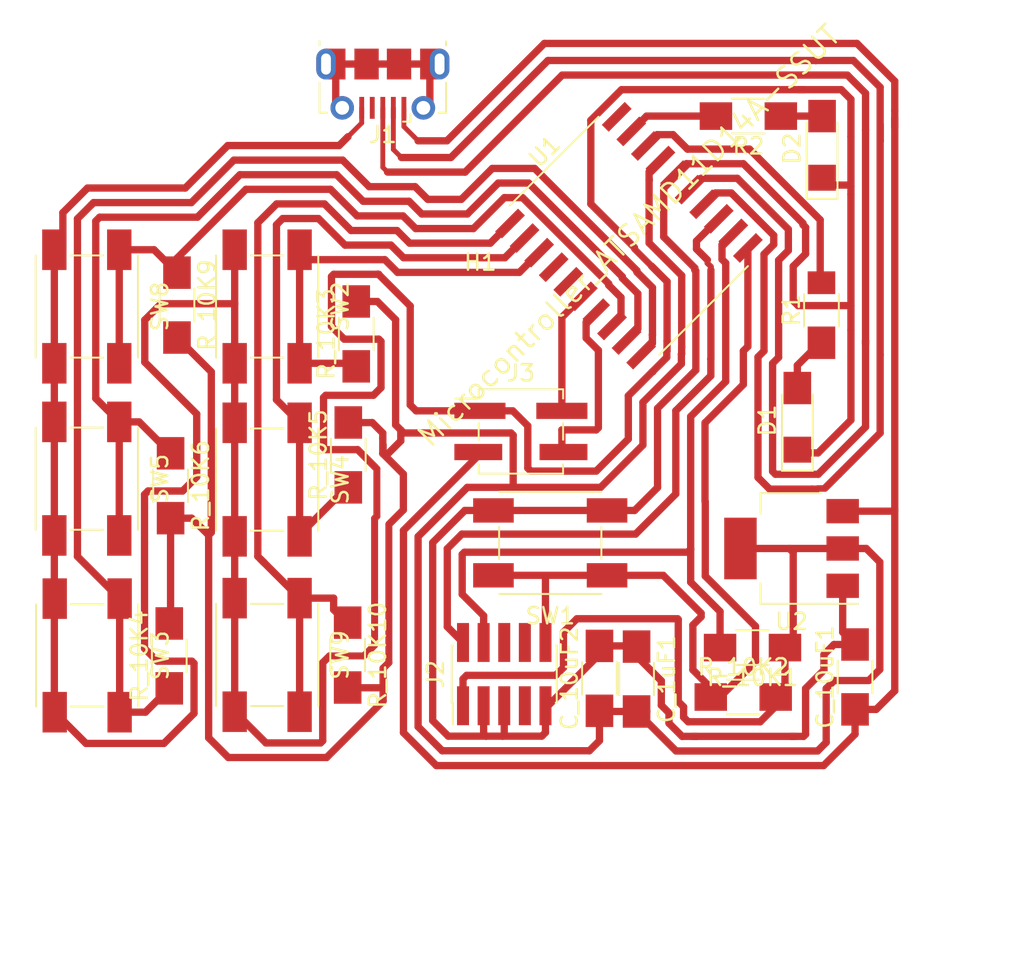
<source format=kicad_pcb>
(kicad_pcb (version 20171130) (host pcbnew "(5.1.12-1-10_14)")

  (general
    (thickness 1.6)
    (drawings 0)
    (tracks 495)
    (zones 0)
    (modules 28)
    (nets 29)
  )

  (page A4)
  (layers
    (0 F.Cu signal)
    (31 B.Cu signal)
    (32 B.Adhes user)
    (33 F.Adhes user)
    (34 B.Paste user)
    (35 F.Paste user)
    (36 B.SilkS user)
    (37 F.SilkS user)
    (38 B.Mask user)
    (39 F.Mask user)
    (40 Dwgs.User user)
    (41 Cmts.User user)
    (42 Eco1.User user)
    (43 Eco2.User user)
    (44 Edge.Cuts user)
    (45 Margin user)
    (46 B.CrtYd user)
    (47 F.CrtYd user)
    (48 B.Fab user)
    (49 F.Fab user)
  )

  (setup
    (last_trace_width 0.45)
    (trace_clearance 0.45)
    (zone_clearance 0.508)
    (zone_45_only no)
    (trace_min 0.2)
    (via_size 0.8)
    (via_drill 0.4)
    (via_min_size 0.4)
    (via_min_drill 0.3)
    (uvia_size 0.3)
    (uvia_drill 0.1)
    (uvias_allowed no)
    (uvia_min_size 0.2)
    (uvia_min_drill 0.1)
    (edge_width 0.05)
    (segment_width 0.2)
    (pcb_text_width 0.3)
    (pcb_text_size 1.5 1.5)
    (mod_edge_width 0.12)
    (mod_text_size 1 1)
    (mod_text_width 0.15)
    (pad_size 1.6 1.7)
    (pad_drill 0)
    (pad_to_mask_clearance 0)
    (aux_axis_origin 0 0)
    (visible_elements FFFFFF7F)
    (pcbplotparams
      (layerselection 0x010fc_ffffffff)
      (usegerberextensions false)
      (usegerberattributes true)
      (usegerberadvancedattributes true)
      (creategerberjobfile true)
      (excludeedgelayer true)
      (linewidth 0.100000)
      (plotframeref false)
      (viasonmask false)
      (mode 1)
      (useauxorigin false)
      (hpglpennumber 1)
      (hpglpenspeed 20)
      (hpglpendiameter 15.000000)
      (psnegative false)
      (psa4output false)
      (plotreference true)
      (plotvalue true)
      (plotinvisibletext false)
      (padsonsilk false)
      (subtractmaskfromsilk false)
      (outputformat 1)
      (mirror false)
      (drillshape 1)
      (scaleselection 1)
      (outputdirectory ""))
  )

  (net 0 "")
  (net 1 +5V)
  (net 2 GND)
  (net 3 +3V3)
  (net 4 /SWDIO)
  (net 5 /SWDCLK)
  (net 6 "Net-(J2-Pad6)")
  (net 7 "Net-(J2-Pad7)")
  (net 8 "Net-(J2-Pad8)")
  (net 9 /RESET)
  (net 10 /TX)
  (net 11 /RX)
  (net 12 /D23)
  (net 13 /D22)
  (net 14 /A03)
  (net 15 /A02)
  (net 16 /A05)
  (net 17 /A06)
  (net 18 /A07)
  (net 19 "Net-(U1-Pad4)")
  (net 20 "Net-(U1-Pad5)")
  (net 21 /D16)
  (net 22 /D-)
  (net 23 /D+)
  (net 24 /A04)
  (net 25 "Net-(D1-Pad2)")
  (net 26 "Net-(J1-Pad6)")
  (net 27 "Net-(J1-Pad4)")
  (net 28 "Net-(D2-Pad2)")

  (net_class Default "This is the default net class."
    (clearance 0.45)
    (trace_width 0.45)
    (via_dia 0.8)
    (via_drill 0.4)
    (uvia_dia 0.3)
    (uvia_drill 0.1)
    (add_net +3V3)
    (add_net +5V)
    (add_net /A02)
    (add_net /A03)
    (add_net /A04)
    (add_net /A05)
    (add_net /A06)
    (add_net /A07)
    (add_net /D+)
    (add_net /D-)
    (add_net /D16)
    (add_net /D22)
    (add_net /D23)
    (add_net /RESET)
    (add_net /RX)
    (add_net /SWDCLK)
    (add_net /SWDIO)
    (add_net /TX)
    (add_net GND)
    (add_net "Net-(D1-Pad2)")
    (add_net "Net-(D2-Pad2)")
    (add_net "Net-(J1-Pad4)")
    (add_net "Net-(J1-Pad6)")
    (add_net "Net-(J2-Pad6)")
    (add_net "Net-(J2-Pad7)")
    (add_net "Net-(J2-Pad8)")
    (add_net "Net-(U1-Pad4)")
    (add_net "Net-(U1-Pad5)")
  )

  (module fab:C_1206 (layer F.Cu) (tedit 6002C54C) (tstamp 61979494)
    (at 144.272 160.13836 90)
    (descr "Capacitor SMD 1206, hand soldering")
    (tags "capacitor 1206")
    (path /617197CF)
    (attr smd)
    (fp_text reference C_10uF2 (at 0 -1.85 90) (layer F.SilkS)
      (effects (font (size 1 1) (thickness 0.15)))
    )
    (fp_text value C (at 0 1.9 90) (layer F.Fab)
      (effects (font (size 1 1) (thickness 0.15)))
    )
    (fp_line (start 3.25 1.1) (end -3.25 1.1) (layer F.CrtYd) (width 0.05))
    (fp_line (start 3.25 1.1) (end 3.25 -1.11) (layer F.CrtYd) (width 0.05))
    (fp_line (start -3.25 -1.11) (end -3.25 1.1) (layer F.CrtYd) (width 0.05))
    (fp_line (start -3.25 -1.11) (end 3.25 -1.11) (layer F.CrtYd) (width 0.05))
    (fp_line (start -1 -1.07) (end 1 -1.07) (layer F.SilkS) (width 0.12))
    (fp_line (start 1 1.07) (end -1 1.07) (layer F.SilkS) (width 0.12))
    (fp_line (start -1.6 -0.8) (end 1.6 -0.8) (layer F.Fab) (width 0.1))
    (fp_line (start 1.6 -0.8) (end 1.6 0.8) (layer F.Fab) (width 0.1))
    (fp_line (start 1.6 0.8) (end -1.6 0.8) (layer F.Fab) (width 0.1))
    (fp_line (start -1.6 0.8) (end -1.6 -0.8) (layer F.Fab) (width 0.1))
    (fp_text user %R (at 0 0 90) (layer F.Fab)
      (effects (font (size 0.7 0.7) (thickness 0.105)))
    )
    (pad 1 smd rect (at -2 0 90) (size 2 1.7) (layers F.Cu F.Paste F.Mask)
      (net 3 +3V3))
    (pad 2 smd rect (at 2 0 90) (size 2 1.7) (layers F.Cu F.Paste F.Mask)
      (net 2 GND))
    (model ${FAB}/fab.3dshapes/C_1206.step
      (at (xyz 0 0 0))
      (scale (xyz 1 1 1))
      (rotate (xyz 0 0 0))
    )
  )

  (module fab:SOIC-20_7.5x12.8mm_P1.27mm (layer F.Cu) (tedit 61ADB952) (tstamp 6195D4F0)
    (at 146.086838 132.850931 45)
    (descr "SOIC, 20 Pin, fab version")
    (tags "SOIC fab")
    (path /619642CD)
    (attr smd)
    (fp_text reference U1 (at 0 -7.35 45) (layer F.SilkS)
      (effects (font (size 1 1) (thickness 0.15)))
    )
    (fp_text value Microcontroller_ATSAMD11D14A-SSUT (at 0 0 45) (layer F.SilkS)
      (effects (font (size 1.27 1.27) (thickness 0.15)))
    )
    (fp_line (start -5.95 6.75) (end -5.95 -6.75) (layer B.CrtYd) (width 0.05))
    (fp_line (start 6 6.75) (end -5.95 6.75) (layer B.CrtYd) (width 0.05))
    (fp_line (start 6 -6.75) (end 6 6.75) (layer B.CrtYd) (width 0.05))
    (fp_line (start -5.95 -6.75) (end 6 -6.75) (layer B.CrtYd) (width 0.05))
    (fp_line (start 0 6.51) (end 3.86 6.51) (layer F.SilkS) (width 0.12))
    (fp_line (start 0 6.51) (end -3.86 6.51) (layer F.SilkS) (width 0.12))
    (fp_line (start 0 -6.51) (end 3.86 -6.51) (layer F.SilkS) (width 0.12))
    (fp_line (start 0 -6.51) (end -3.86 -6.51) (layer F.SilkS) (width 0.12))
    (fp_line (start -2.75 -6.4) (end 3.75 -6.4) (layer F.Fab) (width 0.1))
    (fp_line (start 3.75 -6.4) (end 3.75 6.4) (layer F.Fab) (width 0.1))
    (fp_line (start 3.75 6.4) (end -3.75 6.4) (layer F.Fab) (width 0.1))
    (fp_line (start -3.75 6.4) (end -3.75 -5.4) (layer F.Fab) (width 0.1))
    (fp_line (start -3.75 -5.4) (end -2.75 -6.4) (layer F.Fab) (width 0.1))
    (fp_text user %R (at 0 0 45) (layer B.CrtYd)
      (effects (font (size 1 1) (thickness 0.15)))
    )
    (pad 1 smd rect (at -4.65 -5.715 45) (size 2 0.6) (layers F.Cu F.Paste F.Mask)
      (net 16 /A05))
    (pad 2 smd rect (at -4.65 -4.445 45) (size 2 0.6) (layers F.Cu F.Paste F.Mask)
      (net 17 /A06))
    (pad 3 smd rect (at -4.65 -3.175 45) (size 2 0.6) (layers F.Cu F.Paste F.Mask)
      (net 18 /A07))
    (pad 4 smd rect (at -4.65 -1.905 45) (size 2 0.6) (layers F.Cu F.Paste F.Mask)
      (net 19 "Net-(U1-Pad4)"))
    (pad 5 smd rect (at -4.65 -0.635 45) (size 2 0.6) (layers F.Cu F.Paste F.Mask)
      (net 20 "Net-(U1-Pad5)"))
    (pad 6 smd rect (at -4.65 0.635 45) (size 2 0.6) (layers F.Cu F.Paste F.Mask)
      (net 10 /TX))
    (pad 7 smd rect (at -4.65 1.905 45) (size 1.8 0.6) (drill (offset -0.1 0)) (layers F.Cu F.Paste F.Mask)
      (net 11 /RX))
    (pad 8 smd rect (at -4.65 3.175 45) (size 2 0.6) (layers F.Cu F.Paste F.Mask)
      (net 21 /D16))
    (pad 9 smd rect (at -4.65 4.445 45) (size 2 0.6) (layers F.Cu F.Paste F.Mask)
      (net 13 /D22))
    (pad 10 smd rect (at -4.65 5.715 45) (size 2 0.6) (layers F.Cu F.Paste F.Mask)
      (net 12 /D23))
    (pad 11 smd rect (at 4.65 5.715 45) (size 2 0.6) (layers F.Cu F.Paste F.Mask)
      (net 9 /RESET))
    (pad 12 smd rect (at 4.65 4.445 45) (size 2 0.6) (layers F.Cu F.Paste F.Mask)
      (net 5 /SWDCLK))
    (pad 13 smd rect (at 4.65 3.175 45) (size 2 0.6) (layers F.Cu F.Paste F.Mask)
      (net 4 /SWDIO))
    (pad 14 smd rect (at 4.65 1.905 45) (size 2 0.6) (layers F.Cu F.Paste F.Mask)
      (net 22 /D-))
    (pad 15 smd rect (at 4.65 0.635 45) (size 2 0.6) (layers F.Cu F.Paste F.Mask)
      (net 23 /D+))
    (pad 16 smd rect (at 4.65 -0.635 45) (size 2 0.6) (layers F.Cu F.Paste F.Mask)
      (net 2 GND))
    (pad 17 smd rect (at 4.65 -1.905 45) (size 2 0.6) (layers F.Cu F.Paste F.Mask)
      (net 3 +3V3))
    (pad 18 smd rect (at 4.65 -3.175 45) (size 2 0.6) (layers F.Cu F.Paste F.Mask)
      (net 15 /A02))
    (pad 19 smd rect (at 4.65 -4.445 45) (size 2 0.6) (layers F.Cu F.Paste F.Mask)
      (net 14 /A03))
    (pad 20 smd rect (at 4.65 -5.715 45) (size 2 0.6) (layers F.Cu F.Paste F.Mask)
      (net 24 /A04))
    (model ${FAB}/fab.3dshapes/SOIC-20_7.5x12.8mm_P1.27mm.step
      (at (xyz 0 0 0))
      (scale (xyz 1 1 1))
      (rotate (xyz 0 0 0))
    )
  )

  (module fab:C_1206 (layer F.Cu) (tedit 6002C54C) (tstamp 61AF3088)
    (at 160.02 160.052 90)
    (descr "Capacitor SMD 1206, hand soldering")
    (tags "capacitor 1206")
    (path /61730C13)
    (attr smd)
    (fp_text reference C_10uF1 (at 0 -1.85 90) (layer F.SilkS)
      (effects (font (size 1 1) (thickness 0.15)))
    )
    (fp_text value C (at 0 1.9 90) (layer F.Fab)
      (effects (font (size 1 1) (thickness 0.15)))
    )
    (fp_line (start 3.25 1.1) (end -3.25 1.1) (layer F.CrtYd) (width 0.05))
    (fp_line (start 3.25 1.1) (end 3.25 -1.11) (layer F.CrtYd) (width 0.05))
    (fp_line (start -3.25 -1.11) (end -3.25 1.1) (layer F.CrtYd) (width 0.05))
    (fp_line (start -3.25 -1.11) (end 3.25 -1.11) (layer F.CrtYd) (width 0.05))
    (fp_line (start -1 -1.07) (end 1 -1.07) (layer F.SilkS) (width 0.12))
    (fp_line (start 1 1.07) (end -1 1.07) (layer F.SilkS) (width 0.12))
    (fp_line (start -1.6 -0.8) (end 1.6 -0.8) (layer F.Fab) (width 0.1))
    (fp_line (start 1.6 -0.8) (end 1.6 0.8) (layer F.Fab) (width 0.1))
    (fp_line (start 1.6 0.8) (end -1.6 0.8) (layer F.Fab) (width 0.1))
    (fp_line (start -1.6 0.8) (end -1.6 -0.8) (layer F.Fab) (width 0.1))
    (fp_text user %R (at 0 0 90) (layer F.Fab)
      (effects (font (size 0.7 0.7) (thickness 0.105)))
    )
    (pad 1 smd rect (at -2 0 90) (size 2 1.7) (layers F.Cu F.Paste F.Mask)
      (net 1 +5V))
    (pad 2 smd rect (at 2 0 90) (size 2 1.7) (layers F.Cu F.Paste F.Mask)
      (net 2 GND))
    (model ${FAB}/fab.3dshapes/C_1206.step
      (at (xyz 0 0 0))
      (scale (xyz 1 1 1))
      (rotate (xyz 0 0 0))
    )
  )

  (module fab:Button_Omron_B3SN_6x6mm (layer F.Cu) (tedit 5EC65B05) (tstamp 61AEEE14)
    (at 112.708 158.724 270)
    (descr "Surface Mount Tactile Switch for High-Density Packaging")
    (tags "Tactile Switch")
    (path /61AF986F)
    (attr smd)
    (fp_text reference SW3 (at 0 -4.5 90) (layer F.SilkS)
      (effects (font (size 1 1) (thickness 0.15)))
    )
    (fp_text value BUTTON_B3SN (at 0 4.5 90) (layer F.Fab)
      (effects (font (size 1 1) (thickness 0.15)))
    )
    (fp_line (start -5 3.7) (end 5 3.7) (layer F.CrtYd) (width 0.05))
    (fp_line (start 5 3.7) (end 5 -3.7) (layer F.CrtYd) (width 0.05))
    (fp_line (start 5 -3.7) (end -5 -3.7) (layer F.CrtYd) (width 0.05))
    (fp_line (start -5 -3.7) (end -5 3.7) (layer F.CrtYd) (width 0.05))
    (fp_line (start -3.15 -3.15) (end 3.15 -3.15) (layer F.SilkS) (width 0.12))
    (fp_line (start -3.15 1) (end -3.15 -1) (layer F.SilkS) (width 0.12))
    (fp_line (start 3.15 3.15) (end -3.15 3.15) (layer F.SilkS) (width 0.12))
    (fp_line (start 3.15 -1) (end 3.15 1) (layer F.SilkS) (width 0.12))
    (fp_circle (center 0 0) (end 1.65 0) (layer F.Fab) (width 0.1))
    (fp_line (start -3 -3) (end 3 -3) (layer F.Fab) (width 0.1))
    (fp_line (start 3 -3) (end 3 3) (layer F.Fab) (width 0.1))
    (fp_line (start 3 3) (end -3 3) (layer F.Fab) (width 0.1))
    (fp_line (start -3 3) (end -3 -3) (layer F.Fab) (width 0.1))
    (fp_text user %R (at 0 -4.5 90) (layer F.Fab)
      (effects (font (size 1 1) (thickness 0.15)))
    )
    (pad 1 smd rect (at -3.5 -2 270) (size 2.5 1.5) (layers F.Cu F.Paste F.Mask)
      (net 12 /D23))
    (pad 1 smd rect (at 3.5 -2 270) (size 2.5 1.5) (layers F.Cu F.Paste F.Mask)
      (net 12 /D23))
    (pad 2 smd rect (at -3.5 2 270) (size 2.5 1.5) (layers F.Cu F.Paste F.Mask)
      (net 2 GND))
    (pad 2 smd rect (at 3.5 2 270) (size 2.5 1.5) (layers F.Cu F.Paste F.Mask)
      (net 2 GND))
    (model ${KISYS3DMOD}/Buttons_Switches_SMD.3dshapes/SW_SPST_B3S-1000.wrl
      (at (xyz 0 0 0))
      (scale (xyz 1 1 1))
      (rotate (xyz 0 0 0))
    )
  )

  (module fab:Button_Omron_B3SN_6x6mm (layer F.Cu) (tedit 5EC65B05) (tstamp 61AEED57)
    (at 123.796 158.694 270)
    (descr "Surface Mount Tactile Switch for High-Density Packaging")
    (tags "Tactile Switch")
    (path /61AF335C)
    (attr smd)
    (fp_text reference SW9 (at 0 -4.5 90) (layer F.SilkS)
      (effects (font (size 1 1) (thickness 0.15)))
    )
    (fp_text value BUTTON_B3SN (at 0 4.5 90) (layer F.Fab)
      (effects (font (size 1 1) (thickness 0.15)))
    )
    (fp_line (start -5 3.7) (end 5 3.7) (layer F.CrtYd) (width 0.05))
    (fp_line (start 5 3.7) (end 5 -3.7) (layer F.CrtYd) (width 0.05))
    (fp_line (start 5 -3.7) (end -5 -3.7) (layer F.CrtYd) (width 0.05))
    (fp_line (start -5 -3.7) (end -5 3.7) (layer F.CrtYd) (width 0.05))
    (fp_line (start -3.15 -3.15) (end 3.15 -3.15) (layer F.SilkS) (width 0.12))
    (fp_line (start -3.15 1) (end -3.15 -1) (layer F.SilkS) (width 0.12))
    (fp_line (start 3.15 3.15) (end -3.15 3.15) (layer F.SilkS) (width 0.12))
    (fp_line (start 3.15 -1) (end 3.15 1) (layer F.SilkS) (width 0.12))
    (fp_circle (center 0 0) (end 1.65 0) (layer F.Fab) (width 0.1))
    (fp_line (start -3 -3) (end 3 -3) (layer F.Fab) (width 0.1))
    (fp_line (start 3 -3) (end 3 3) (layer F.Fab) (width 0.1))
    (fp_line (start 3 3) (end -3 3) (layer F.Fab) (width 0.1))
    (fp_line (start -3 3) (end -3 -3) (layer F.Fab) (width 0.1))
    (fp_text user %R (at 0 -4.5 90) (layer F.Fab)
      (effects (font (size 1 1) (thickness 0.15)))
    )
    (pad 1 smd rect (at -3.5 -2 270) (size 2.5 1.5) (layers F.Cu F.Paste F.Mask)
      (net 16 /A05))
    (pad 1 smd rect (at 3.5 -2 270) (size 2.5 1.5) (layers F.Cu F.Paste F.Mask)
      (net 16 /A05))
    (pad 2 smd rect (at -3.5 2 270) (size 2.5 1.5) (layers F.Cu F.Paste F.Mask)
      (net 2 GND))
    (pad 2 smd rect (at 3.5 2 270) (size 2.5 1.5) (layers F.Cu F.Paste F.Mask)
      (net 2 GND))
    (model ${KISYS3DMOD}/Buttons_Switches_SMD.3dshapes/SW_SPST_B3S-1000.wrl
      (at (xyz 0 0 0))
      (scale (xyz 1 1 1))
      (rotate (xyz 0 0 0))
    )
  )

  (module fab:Button_Omron_B3SN_6x6mm (layer F.Cu) (tedit 5EC65B05) (tstamp 61AEF2A3)
    (at 123.796 147.884 270)
    (descr "Surface Mount Tactile Switch for High-Density Packaging")
    (tags "Tactile Switch")
    (path /61AEF82A)
    (attr smd)
    (fp_text reference SW4 (at 0 -4.5 90) (layer F.SilkS)
      (effects (font (size 1 1) (thickness 0.15)))
    )
    (fp_text value BUTTON_B3SN (at 0 4.5 90) (layer F.Fab)
      (effects (font (size 1 1) (thickness 0.15)))
    )
    (fp_line (start -3 3) (end -3 -3) (layer F.Fab) (width 0.1))
    (fp_line (start 3 3) (end -3 3) (layer F.Fab) (width 0.1))
    (fp_line (start 3 -3) (end 3 3) (layer F.Fab) (width 0.1))
    (fp_line (start -3 -3) (end 3 -3) (layer F.Fab) (width 0.1))
    (fp_circle (center 0 0) (end 1.65 0) (layer F.Fab) (width 0.1))
    (fp_line (start 3.15 -1) (end 3.15 1) (layer F.SilkS) (width 0.12))
    (fp_line (start 3.15 3.15) (end -3.15 3.15) (layer F.SilkS) (width 0.12))
    (fp_line (start -3.15 1) (end -3.15 -1) (layer F.SilkS) (width 0.12))
    (fp_line (start -3.15 -3.15) (end 3.15 -3.15) (layer F.SilkS) (width 0.12))
    (fp_line (start -5 -3.7) (end -5 3.7) (layer F.CrtYd) (width 0.05))
    (fp_line (start 5 -3.7) (end -5 -3.7) (layer F.CrtYd) (width 0.05))
    (fp_line (start 5 3.7) (end 5 -3.7) (layer F.CrtYd) (width 0.05))
    (fp_line (start -5 3.7) (end 5 3.7) (layer F.CrtYd) (width 0.05))
    (fp_text user %R (at 0 -4.5 90) (layer F.Fab)
      (effects (font (size 1 1) (thickness 0.15)))
    )
    (pad 2 smd rect (at 3.5 2 270) (size 2.5 1.5) (layers F.Cu F.Paste F.Mask)
      (net 2 GND))
    (pad 2 smd rect (at -3.5 2 270) (size 2.5 1.5) (layers F.Cu F.Paste F.Mask)
      (net 2 GND))
    (pad 1 smd rect (at 3.5 -2 270) (size 2.5 1.5) (layers F.Cu F.Paste F.Mask)
      (net 17 /A06))
    (pad 1 smd rect (at -3.5 -2 270) (size 2.5 1.5) (layers F.Cu F.Paste F.Mask)
      (net 17 /A06))
    (model ${KISYS3DMOD}/Buttons_Switches_SMD.3dshapes/SW_SPST_B3S-1000.wrl
      (at (xyz 0 0 0))
      (scale (xyz 1 1 1))
      (rotate (xyz 0 0 0))
    )
  )

  (module fab:PinHeader_2x02_P2.54mm_Vertical_SMD (layer F.Cu) (tedit 6196D7E1) (tstamp 6195D45C)
    (at 139.43052 144.91716)
    (descr "surface-mounted straight pin header, 2x02, 2.54mm pitch, double rows")
    (tags "Surface mounted pin header SMD 2x02 2.54mm double row")
    (path /619A2808)
    (attr smd)
    (fp_text reference J3 (at 0 -3.6) (layer F.SilkS)
      (effects (font (size 1 1) (thickness 0.15)))
    )
    (fp_text value Conn_PinHeader_2x02_P2.54mm_Vertical_SMD (at 0 3.6) (layer F.Fab)
      (effects (font (size 1 1) (thickness 0.15)))
    )
    (fp_line (start 5.9 -3.05) (end -5.9 -3.05) (layer F.CrtYd) (width 0.05))
    (fp_line (start 5.9 3.05) (end 5.9 -3.05) (layer F.CrtYd) (width 0.05))
    (fp_line (start -5.9 3.05) (end 5.9 3.05) (layer F.CrtYd) (width 0.05))
    (fp_line (start -5.9 -3.05) (end -5.9 3.05) (layer F.CrtYd) (width 0.05))
    (fp_line (start 2.6 -0.51) (end 2.6 0.51) (layer F.SilkS) (width 0.12))
    (fp_line (start -2.6 -0.51) (end -2.6 0.51) (layer F.SilkS) (width 0.12))
    (fp_line (start 2.6 2.03) (end 2.6 2.6) (layer F.SilkS) (width 0.12))
    (fp_line (start -2.6 2.03) (end -2.6 2.6) (layer F.SilkS) (width 0.12))
    (fp_line (start 2.6 -2.6) (end 2.6 -2.03) (layer F.SilkS) (width 0.12))
    (fp_line (start -2.6 -2.6) (end -2.6 -2.03) (layer F.SilkS) (width 0.12))
    (fp_line (start -4.04 -2.03) (end -2.6 -2.03) (layer F.SilkS) (width 0.12))
    (fp_line (start -2.6 2.6) (end 2.6 2.6) (layer F.SilkS) (width 0.12))
    (fp_line (start -2.6 -2.6) (end 2.6 -2.6) (layer F.SilkS) (width 0.12))
    (fp_line (start 3.6 1.59) (end 2.54 1.59) (layer F.Fab) (width 0.1))
    (fp_line (start 3.6 0.95) (end 3.6 1.59) (layer F.Fab) (width 0.1))
    (fp_line (start 2.54 0.95) (end 3.6 0.95) (layer F.Fab) (width 0.1))
    (fp_line (start -3.6 1.59) (end -2.54 1.59) (layer F.Fab) (width 0.1))
    (fp_line (start -3.6 0.95) (end -3.6 1.59) (layer F.Fab) (width 0.1))
    (fp_line (start -2.54 0.95) (end -3.6 0.95) (layer F.Fab) (width 0.1))
    (fp_line (start 3.6 -0.95) (end 2.54 -0.95) (layer F.Fab) (width 0.1))
    (fp_line (start 3.6 -1.59) (end 3.6 -0.95) (layer F.Fab) (width 0.1))
    (fp_line (start 2.54 -1.59) (end 3.6 -1.59) (layer F.Fab) (width 0.1))
    (fp_line (start -3.6 -0.95) (end -2.54 -0.95) (layer F.Fab) (width 0.1))
    (fp_line (start -3.6 -1.59) (end -3.6 -0.95) (layer F.Fab) (width 0.1))
    (fp_line (start -2.54 -1.59) (end -3.6 -1.59) (layer F.Fab) (width 0.1))
    (fp_line (start 2.54 -2.54) (end 2.54 2.54) (layer F.Fab) (width 0.1))
    (fp_line (start -2.54 -1.59) (end -1.59 -2.54) (layer F.Fab) (width 0.1))
    (fp_line (start -2.54 2.54) (end -2.54 -1.59) (layer F.Fab) (width 0.1))
    (fp_line (start -1.59 -2.54) (end 2.54 -2.54) (layer F.Fab) (width 0.1))
    (fp_line (start 2.54 2.54) (end -2.54 2.54) (layer F.Fab) (width 0.1))
    (fp_text user %R (at 0 0 90) (layer F.Fab)
      (effects (font (size 1 1) (thickness 0.15)))
    )
    (pad 1 smd rect (at -2.525 -1.27) (size 3.15 1) (layers F.Cu F.Paste F.Mask)
      (net 2 GND))
    (pad 2 smd rect (at 2.525 -1.27) (size 3.15 1) (layers F.Cu F.Paste F.Mask)
      (net 10 /TX))
    (pad 3 smd rect (at -2.525 1.27) (size 2.95 1) (drill (offset -0.1 0)) (layers F.Cu F.Paste F.Mask)
      (net 1 +5V))
    (pad 4 smd rect (at 2.525 1.27) (size 2.95 1) (drill (offset 0.1 0)) (layers F.Cu F.Paste F.Mask)
      (net 11 /RX))
    (model ${KISYS3DMOD}/Connector_PinHeader_2.54mm.3dshapes/PinHeader_2x02_P2.54mm_Vertical_SMD.wrl
      (at (xyz 0 0 0))
      (scale (xyz 1 1 1))
      (rotate (xyz 0 0 0))
    )
  )

  (module fab:PinHeader_2x05_P1.27mm_Vertical_SMD (layer F.Cu) (tedit 60851B62) (tstamp 619793DC)
    (at 138.4046 159.87704 90)
    (descr "surface-mounted straight pin header, 2x05, 1.27mm pitch, double rows")
    (tags "Surface mounted pin header SMD 2x05 1.27mm double row")
    (path /617150F6)
    (attr smd)
    (fp_text reference J2 (at 0 -4.235 90) (layer F.SilkS)
      (effects (font (size 1 1) (thickness 0.15)))
    )
    (fp_text value Conn_PinHeader_2x05_P1.27mm_Vertical_SMD (at 0 4.235 90) (layer F.Fab)
      (effects (font (size 1 1) (thickness 0.15)))
    )
    (fp_line (start 1.705 3.175) (end -1.705 3.175) (layer F.Fab) (width 0.1))
    (fp_line (start -1.27 -3.175) (end 1.705 -3.175) (layer F.Fab) (width 0.1))
    (fp_line (start -1.705 3.175) (end -1.705 -2.74) (layer F.Fab) (width 0.1))
    (fp_line (start -1.705 -2.74) (end -1.27 -3.175) (layer F.Fab) (width 0.1))
    (fp_line (start 1.705 -3.175) (end 1.705 3.175) (layer F.Fab) (width 0.1))
    (fp_line (start -1.705 -2.74) (end -2.75 -2.74) (layer F.Fab) (width 0.1))
    (fp_line (start -2.75 -2.74) (end -2.75 -2.34) (layer F.Fab) (width 0.1))
    (fp_line (start -2.75 -2.34) (end -1.705 -2.34) (layer F.Fab) (width 0.1))
    (fp_line (start 1.705 -2.74) (end 2.75 -2.74) (layer F.Fab) (width 0.1))
    (fp_line (start 2.75 -2.74) (end 2.75 -2.34) (layer F.Fab) (width 0.1))
    (fp_line (start 2.75 -2.34) (end 1.705 -2.34) (layer F.Fab) (width 0.1))
    (fp_line (start -1.705 -1.47) (end -2.75 -1.47) (layer F.Fab) (width 0.1))
    (fp_line (start -2.75 -1.47) (end -2.75 -1.07) (layer F.Fab) (width 0.1))
    (fp_line (start -2.75 -1.07) (end -1.705 -1.07) (layer F.Fab) (width 0.1))
    (fp_line (start 1.705 -1.47) (end 2.75 -1.47) (layer F.Fab) (width 0.1))
    (fp_line (start 2.75 -1.47) (end 2.75 -1.07) (layer F.Fab) (width 0.1))
    (fp_line (start 2.75 -1.07) (end 1.705 -1.07) (layer F.Fab) (width 0.1))
    (fp_line (start -1.705 -0.2) (end -2.75 -0.2) (layer F.Fab) (width 0.1))
    (fp_line (start -2.75 -0.2) (end -2.75 0.2) (layer F.Fab) (width 0.1))
    (fp_line (start -2.75 0.2) (end -1.705 0.2) (layer F.Fab) (width 0.1))
    (fp_line (start 1.705 -0.2) (end 2.75 -0.2) (layer F.Fab) (width 0.1))
    (fp_line (start 2.75 -0.2) (end 2.75 0.2) (layer F.Fab) (width 0.1))
    (fp_line (start 2.75 0.2) (end 1.705 0.2) (layer F.Fab) (width 0.1))
    (fp_line (start -1.705 1.07) (end -2.75 1.07) (layer F.Fab) (width 0.1))
    (fp_line (start -2.75 1.07) (end -2.75 1.47) (layer F.Fab) (width 0.1))
    (fp_line (start -2.75 1.47) (end -1.705 1.47) (layer F.Fab) (width 0.1))
    (fp_line (start 1.705 1.07) (end 2.75 1.07) (layer F.Fab) (width 0.1))
    (fp_line (start 2.75 1.07) (end 2.75 1.47) (layer F.Fab) (width 0.1))
    (fp_line (start 2.75 1.47) (end 1.705 1.47) (layer F.Fab) (width 0.1))
    (fp_line (start -1.705 2.34) (end -2.75 2.34) (layer F.Fab) (width 0.1))
    (fp_line (start -2.75 2.34) (end -2.75 2.74) (layer F.Fab) (width 0.1))
    (fp_line (start -2.75 2.74) (end -1.705 2.74) (layer F.Fab) (width 0.1))
    (fp_line (start 1.705 2.34) (end 2.75 2.34) (layer F.Fab) (width 0.1))
    (fp_line (start 2.75 2.34) (end 2.75 2.74) (layer F.Fab) (width 0.1))
    (fp_line (start 2.75 2.74) (end 1.705 2.74) (layer F.Fab) (width 0.1))
    (fp_line (start -1.765 -3.235) (end 1.765 -3.235) (layer F.SilkS) (width 0.12))
    (fp_line (start -1.765 3.235) (end 1.765 3.235) (layer F.SilkS) (width 0.12))
    (fp_line (start -3.09 -3.17) (end -1.765 -3.17) (layer F.SilkS) (width 0.12))
    (fp_line (start -1.765 -3.235) (end -1.765 -3.17) (layer F.SilkS) (width 0.12))
    (fp_line (start 1.765 -3.235) (end 1.765 -3.17) (layer F.SilkS) (width 0.12))
    (fp_line (start -1.765 3.17) (end -1.765 3.235) (layer F.SilkS) (width 0.12))
    (fp_line (start 1.765 3.17) (end 1.765 3.235) (layer F.SilkS) (width 0.12))
    (fp_line (start -4.3 -3.7) (end -4.3 3.7) (layer F.CrtYd) (width 0.05))
    (fp_line (start -4.3 3.7) (end 4.3 3.7) (layer F.CrtYd) (width 0.05))
    (fp_line (start 4.3 3.7) (end 4.3 -3.7) (layer F.CrtYd) (width 0.05))
    (fp_line (start 4.3 -3.7) (end -4.3 -3.7) (layer F.CrtYd) (width 0.05))
    (fp_text user %R (at 0 0) (layer F.Fab)
      (effects (font (size 1 1) (thickness 0.15)))
    )
    (pad 1 smd rect (at -1.95 -2.54 90) (size 2.4 0.74) (layers F.Cu F.Paste F.Mask)
      (net 3 +3V3))
    (pad 2 smd rect (at 1.95 -2.54 90) (size 2.4 0.74) (layers F.Cu F.Paste F.Mask)
      (net 4 /SWDIO))
    (pad 3 smd rect (at -1.95 -1.27 90) (size 2.4 0.74) (layers F.Cu F.Paste F.Mask)
      (net 2 GND))
    (pad 4 smd rect (at 1.95 -1.27 90) (size 2.4 0.74) (layers F.Cu F.Paste F.Mask)
      (net 5 /SWDCLK))
    (pad 5 smd rect (at -1.95 0 90) (size 2.4 0.74) (layers F.Cu F.Paste F.Mask)
      (net 2 GND))
    (pad 6 smd rect (at 1.95 0 90) (size 2.4 0.74) (layers F.Cu F.Paste F.Mask)
      (net 6 "Net-(J2-Pad6)"))
    (pad 7 smd rect (at -1.95 1.27 90) (size 2.4 0.74) (layers F.Cu F.Paste F.Mask)
      (net 7 "Net-(J2-Pad7)"))
    (pad 8 smd rect (at 1.95 1.27 90) (size 2.4 0.74) (layers F.Cu F.Paste F.Mask)
      (net 8 "Net-(J2-Pad8)"))
    (pad 9 smd rect (at -1.95 2.54 90) (size 2.4 0.74) (layers F.Cu F.Paste F.Mask)
      (net 2 GND))
    (pad 10 smd rect (at 1.95 2.54 90) (size 2.4 0.74) (layers F.Cu F.Paste F.Mask)
      (net 9 /RESET))
    (model ${KISYS3DMOD}/Connector_PinHeader_1.27mm.3dshapes/PinHeader_2x05_P1.27mm_Vertical_SMD.wrl
      (at (xyz 0 0 0))
      (scale (xyz 1 1 1))
      (rotate (xyz 0 0 0))
    )
  )

  (module fab:R_1206 (layer F.Cu) (tedit 61AF0D34) (tstamp 619734BA)
    (at 157.95 137.45 90)
    (descr "Resistor SMD 1206, hand soldering")
    (tags "resistor 1206")
    (path /61A0661A)
    (attr smd)
    (fp_text reference R1 (at 0 -1.85 90) (layer F.SilkS)
      (effects (font (size 1 1) (thickness 0.15)))
    )
    (fp_text value R (at 0 1.9 90) (layer F.Fab)
      (effects (font (size 1 1) (thickness 0.15)))
    )
    (fp_line (start -1.6 0.8) (end -1.6 -0.8) (layer F.Fab) (width 0.1))
    (fp_line (start 1.6 0.8) (end -1.6 0.8) (layer F.Fab) (width 0.1))
    (fp_line (start 1.6 -0.8) (end 1.6 0.8) (layer F.Fab) (width 0.1))
    (fp_line (start -1.6 -0.8) (end 1.6 -0.8) (layer F.Fab) (width 0.1))
    (fp_line (start 1 1.07) (end -1 1.07) (layer F.SilkS) (width 0.12))
    (fp_line (start -1 -1.07) (end 1 -1.07) (layer F.SilkS) (width 0.12))
    (fp_line (start -3.25 -1.11) (end 3.25 -1.11) (layer F.CrtYd) (width 0.05))
    (fp_line (start -3.25 -1.11) (end -3.25 1.1) (layer F.CrtYd) (width 0.05))
    (fp_line (start 3.25 1.1) (end 3.25 -1.11) (layer F.CrtYd) (width 0.05))
    (fp_line (start 3.25 1.1) (end -3.25 1.1) (layer F.CrtYd) (width 0.05))
    (fp_text user %R (at 0 0 90) (layer F.Fab)
      (effects (font (size 0.7 0.7) (thickness 0.105)))
    )
    (pad 2 smd rect (at 2 0 90) (size 1.4 1.7) (drill (offset -0.3 0)) (layers F.Cu F.Paste F.Mask)
      (net 15 /A02))
    (pad 1 smd rect (at -2 0 90) (size 2 1.7) (layers F.Cu F.Paste F.Mask)
      (net 25 "Net-(D1-Pad2)"))
    (model ${FAB}/fab.3dshapes/R_1206.step
      (at (xyz 0 0 0))
      (scale (xyz 1 1 1))
      (rotate (xyz 0 0 0))
    )
  )

  (module fab:LED_1206 (layer F.Cu) (tedit 61AF0D74) (tstamp 61976D68)
    (at 156.464 144.24 90)
    (descr "LED SMD 1206, hand soldering")
    (tags "LED 1206")
    (path /61A06FA4)
    (attr smd)
    (fp_text reference D1 (at 0 -1.85 90) (layer F.SilkS)
      (effects (font (size 1 1) (thickness 0.15)))
    )
    (fp_text value LED (at 0 1.9 90) (layer F.Fab)
      (effects (font (size 1 1) (thickness 0.15)))
    )
    (fp_line (start 3.25 1.1) (end -3.25 1.1) (layer F.CrtYd) (width 0.05))
    (fp_line (start 3.25 1.1) (end 3.25 -1.11) (layer F.CrtYd) (width 0.05))
    (fp_line (start -3.25 -1.11) (end -3.25 1.1) (layer F.CrtYd) (width 0.05))
    (fp_line (start -3.25 -1.11) (end 3.25 -1.11) (layer F.CrtYd) (width 0.05))
    (fp_line (start -3.1 -0.95) (end 1.6 -0.95) (layer F.SilkS) (width 0.12))
    (fp_line (start -3.1 0.95) (end 1.6 0.95) (layer F.SilkS) (width 0.12))
    (fp_line (start -1.6 -0.8) (end 1.6 -0.8) (layer F.Fab) (width 0.1))
    (fp_line (start 1.6 -0.8) (end 1.6 0.8) (layer F.Fab) (width 0.1))
    (fp_line (start 1.6 0.8) (end -1.6 0.8) (layer F.Fab) (width 0.1))
    (fp_line (start -1.6 0.8) (end -1.6 -0.8) (layer F.Fab) (width 0.1))
    (fp_line (start -0.45 -0.4) (end -0.45 0.4) (layer F.Fab) (width 0.1))
    (fp_line (start 0.2 0.4) (end -0.4 0) (layer F.Fab) (width 0.1))
    (fp_line (start 0.2 -0.4) (end 0.2 0.4) (layer F.Fab) (width 0.1))
    (fp_line (start -0.4 0) (end 0.2 -0.4) (layer F.Fab) (width 0.1))
    (fp_line (start -3.1 -0.95) (end -3.1 0.95) (layer F.SilkS) (width 0.12))
    (pad 2 smd rect (at 2 0 90) (size 2 1.7) (layers F.Cu F.Paste F.Mask)
      (net 25 "Net-(D1-Pad2)"))
    (pad 1 smd rect (at -2 0 90) (size 1.6 1.7) (drill (offset 0.2 0)) (layers F.Cu F.Paste F.Mask)
      (net 2 GND))
    (model ${KISYS3DMOD}/LEDs.3dshapes/LED_1206.wrl
      (at (xyz 0 0 0))
      (scale (xyz 1 1 1))
      (rotate (xyz 0 0 180))
    )
  )

  (module fab:Button_Omron_B3SN_6x6mm (layer F.Cu) (tedit 5EC65B05) (tstamp 61979316)
    (at 141.23936 151.78684 180)
    (descr "Surface Mount Tactile Switch for High-Density Packaging")
    (tags "Tactile Switch")
    (path /61724A81)
    (attr smd)
    (fp_text reference SW1 (at 0 -4.5) (layer F.SilkS)
      (effects (font (size 1 1) (thickness 0.15)))
    )
    (fp_text value BUTTON_B3SN (at 0 4.5) (layer F.Fab)
      (effects (font (size 1 1) (thickness 0.15)))
    )
    (fp_line (start -3 3) (end -3 -3) (layer F.Fab) (width 0.1))
    (fp_line (start 3 3) (end -3 3) (layer F.Fab) (width 0.1))
    (fp_line (start 3 -3) (end 3 3) (layer F.Fab) (width 0.1))
    (fp_line (start -3 -3) (end 3 -3) (layer F.Fab) (width 0.1))
    (fp_circle (center 0 0) (end 1.65 0) (layer F.Fab) (width 0.1))
    (fp_line (start 3.15 -1) (end 3.15 1) (layer F.SilkS) (width 0.12))
    (fp_line (start 3.15 3.15) (end -3.15 3.15) (layer F.SilkS) (width 0.12))
    (fp_line (start -3.15 1) (end -3.15 -1) (layer F.SilkS) (width 0.12))
    (fp_line (start -3.15 -3.15) (end 3.15 -3.15) (layer F.SilkS) (width 0.12))
    (fp_line (start -5 -3.7) (end -5 3.7) (layer F.CrtYd) (width 0.05))
    (fp_line (start 5 -3.7) (end -5 -3.7) (layer F.CrtYd) (width 0.05))
    (fp_line (start 5 3.7) (end 5 -3.7) (layer F.CrtYd) (width 0.05))
    (fp_line (start -5 3.7) (end 5 3.7) (layer F.CrtYd) (width 0.05))
    (fp_text user %R (at 0 -4.5) (layer F.Fab)
      (effects (font (size 1 1) (thickness 0.15)))
    )
    (pad 2 smd rect (at 3.5 2 180) (size 2.5 1.5) (layers F.Cu F.Paste F.Mask)
      (net 2 GND))
    (pad 2 smd rect (at -3.5 2 180) (size 2.5 1.5) (layers F.Cu F.Paste F.Mask)
      (net 2 GND))
    (pad 1 smd rect (at 3.5 -2 180) (size 2.5 1.5) (layers F.Cu F.Paste F.Mask)
      (net 9 /RESET))
    (pad 1 smd rect (at -3.5 -2 180) (size 2.5 1.5) (layers F.Cu F.Paste F.Mask)
      (net 9 /RESET))
    (model ${KISYS3DMOD}/Buttons_Switches_SMD.3dshapes/SW_SPST_B3S-1000.wrl
      (at (xyz 0 0 0))
      (scale (xyz 1 1 1))
      (rotate (xyz 0 0 0))
    )
  )

  (module fab:R_1206 (layer F.Cu) (tedit 60020482) (tstamp 61AF33C1)
    (at 153.13 161.29)
    (descr "Resistor SMD 1206, hand soldering")
    (tags "resistor 1206")
    (path /61728AD6)
    (attr smd)
    (fp_text reference R_10K2 (at 0 -1.85) (layer F.SilkS)
      (effects (font (size 1 1) (thickness 0.15)))
    )
    (fp_text value R (at 0 1.9) (layer F.Fab)
      (effects (font (size 1 1) (thickness 0.15)))
    )
    (fp_line (start -1.6 0.8) (end -1.6 -0.8) (layer F.Fab) (width 0.1))
    (fp_line (start 1.6 0.8) (end -1.6 0.8) (layer F.Fab) (width 0.1))
    (fp_line (start 1.6 -0.8) (end 1.6 0.8) (layer F.Fab) (width 0.1))
    (fp_line (start -1.6 -0.8) (end 1.6 -0.8) (layer F.Fab) (width 0.1))
    (fp_line (start 1 1.07) (end -1 1.07) (layer F.SilkS) (width 0.12))
    (fp_line (start -1 -1.07) (end 1 -1.07) (layer F.SilkS) (width 0.12))
    (fp_line (start -3.25 -1.11) (end 3.25 -1.11) (layer F.CrtYd) (width 0.05))
    (fp_line (start -3.25 -1.11) (end -3.25 1.1) (layer F.CrtYd) (width 0.05))
    (fp_line (start 3.25 1.1) (end 3.25 -1.11) (layer F.CrtYd) (width 0.05))
    (fp_line (start 3.25 1.1) (end -3.25 1.1) (layer F.CrtYd) (width 0.05))
    (fp_text user %R (at 0 0) (layer F.Fab)
      (effects (font (size 0.7 0.7) (thickness 0.105)))
    )
    (pad 2 smd rect (at 2 0) (size 2 1.7) (layers F.Cu F.Paste F.Mask)
      (net 3 +3V3))
    (pad 1 smd rect (at -2 0) (size 2 1.7) (layers F.Cu F.Paste F.Mask)
      (net 9 /RESET))
    (model ${FAB}/fab.3dshapes/R_1206.step
      (at (xyz 0 0 0))
      (scale (xyz 1 1 1))
      (rotate (xyz 0 0 0))
    )
  )

  (module fab:C_1206 (layer F.Cu) (tedit 6002C54C) (tstamp 61979464)
    (at 146.558 160.18104 270)
    (descr "Capacitor SMD 1206, hand soldering")
    (tags "capacitor 1206")
    (path /6197232D)
    (attr smd)
    (fp_text reference C_1uF1 (at 0 -1.85 90) (layer F.SilkS)
      (effects (font (size 1 1) (thickness 0.15)))
    )
    (fp_text value C (at 0 1.9 90) (layer F.Fab)
      (effects (font (size 1 1) (thickness 0.15)))
    )
    (fp_line (start -1.6 0.8) (end -1.6 -0.8) (layer F.Fab) (width 0.1))
    (fp_line (start 1.6 0.8) (end -1.6 0.8) (layer F.Fab) (width 0.1))
    (fp_line (start 1.6 -0.8) (end 1.6 0.8) (layer F.Fab) (width 0.1))
    (fp_line (start -1.6 -0.8) (end 1.6 -0.8) (layer F.Fab) (width 0.1))
    (fp_line (start 1 1.07) (end -1 1.07) (layer F.SilkS) (width 0.12))
    (fp_line (start -1 -1.07) (end 1 -1.07) (layer F.SilkS) (width 0.12))
    (fp_line (start -3.25 -1.11) (end 3.25 -1.11) (layer F.CrtYd) (width 0.05))
    (fp_line (start -3.25 -1.11) (end -3.25 1.1) (layer F.CrtYd) (width 0.05))
    (fp_line (start 3.25 1.1) (end 3.25 -1.11) (layer F.CrtYd) (width 0.05))
    (fp_line (start 3.25 1.1) (end -3.25 1.1) (layer F.CrtYd) (width 0.05))
    (fp_text user %R (at 0 0 90) (layer F.Fab)
      (effects (font (size 0.7 0.7) (thickness 0.105)))
    )
    (pad 2 smd rect (at 2 0 270) (size 2 1.7) (layers F.Cu F.Paste F.Mask)
      (net 3 +3V3))
    (pad 1 smd rect (at -2 0 270) (size 2 1.7) (layers F.Cu F.Paste F.Mask)
      (net 2 GND))
    (model ${FAB}/fab.3dshapes/C_1206.step
      (at (xyz 0 0 0))
      (scale (xyz 1 1 1))
      (rotate (xyz 0 0 0))
    )
  )

  (module fab:R_1206 (layer F.Cu) (tedit 60020482) (tstamp 61AF3391)
    (at 153.702 158.242 180)
    (descr "Resistor SMD 1206, hand soldering")
    (tags "resistor 1206")
    (path /6172D65E)
    (attr smd)
    (fp_text reference R_10K1 (at 0 -1.85) (layer F.SilkS)
      (effects (font (size 1 1) (thickness 0.15)))
    )
    (fp_text value R (at 0 1.9) (layer F.Fab)
      (effects (font (size 1 1) (thickness 0.15)))
    )
    (fp_text user %R (at 0 0) (layer F.Fab)
      (effects (font (size 0.7 0.7) (thickness 0.105)))
    )
    (fp_line (start -1.6 0.8) (end -1.6 -0.8) (layer F.Fab) (width 0.1))
    (fp_line (start 1.6 0.8) (end -1.6 0.8) (layer F.Fab) (width 0.1))
    (fp_line (start 1.6 -0.8) (end 1.6 0.8) (layer F.Fab) (width 0.1))
    (fp_line (start -1.6 -0.8) (end 1.6 -0.8) (layer F.Fab) (width 0.1))
    (fp_line (start 1 1.07) (end -1 1.07) (layer F.SilkS) (width 0.12))
    (fp_line (start -1 -1.07) (end 1 -1.07) (layer F.SilkS) (width 0.12))
    (fp_line (start -3.25 -1.11) (end 3.25 -1.11) (layer F.CrtYd) (width 0.05))
    (fp_line (start -3.25 -1.11) (end -3.25 1.1) (layer F.CrtYd) (width 0.05))
    (fp_line (start 3.25 1.1) (end 3.25 -1.11) (layer F.CrtYd) (width 0.05))
    (fp_line (start 3.25 1.1) (end -3.25 1.1) (layer F.CrtYd) (width 0.05))
    (pad 2 smd rect (at 2 0 180) (size 2 1.7) (layers F.Cu F.Paste F.Mask)
      (net 5 /SWDCLK))
    (pad 1 smd rect (at -2 0 180) (size 2 1.7) (layers F.Cu F.Paste F.Mask)
      (net 3 +3V3))
    (model ${FAB}/fab.3dshapes/R_1206.step
      (at (xyz 0 0 0))
      (scale (xyz 1 1 1))
      (rotate (xyz 0 0 0))
    )
  )

  (module fab:R_1206 (layer F.Cu) (tedit 60020482) (tstamp 61AEF26E)
    (at 129.286 138.904 90)
    (descr "Resistor SMD 1206, hand soldering")
    (tags "resistor 1206")
    (path /61AEA726)
    (attr smd)
    (fp_text reference R_10K3 (at 0 -1.85 90) (layer F.SilkS)
      (effects (font (size 1 1) (thickness 0.15)))
    )
    (fp_text value R (at 0 1.9 90) (layer F.Fab)
      (effects (font (size 1 1) (thickness 0.15)))
    )
    (fp_line (start -1.6 0.8) (end -1.6 -0.8) (layer F.Fab) (width 0.1))
    (fp_line (start 1.6 0.8) (end -1.6 0.8) (layer F.Fab) (width 0.1))
    (fp_line (start 1.6 -0.8) (end 1.6 0.8) (layer F.Fab) (width 0.1))
    (fp_line (start -1.6 -0.8) (end 1.6 -0.8) (layer F.Fab) (width 0.1))
    (fp_line (start 1 1.07) (end -1 1.07) (layer F.SilkS) (width 0.12))
    (fp_line (start -1 -1.07) (end 1 -1.07) (layer F.SilkS) (width 0.12))
    (fp_line (start -3.25 -1.11) (end 3.25 -1.11) (layer F.CrtYd) (width 0.05))
    (fp_line (start -3.25 -1.11) (end -3.25 1.1) (layer F.CrtYd) (width 0.05))
    (fp_line (start 3.25 1.1) (end 3.25 -1.11) (layer F.CrtYd) (width 0.05))
    (fp_line (start 3.25 1.1) (end -3.25 1.1) (layer F.CrtYd) (width 0.05))
    (fp_text user %R (at 0 0 90) (layer F.Fab)
      (effects (font (size 0.7 0.7) (thickness 0.105)))
    )
    (pad 2 smd rect (at 2 0 90) (size 2 1.7) (layers F.Cu F.Paste F.Mask)
      (net 3 +3V3))
    (pad 1 smd rect (at -2 0 90) (size 2 1.7) (layers F.Cu F.Paste F.Mask)
      (net 18 /A07))
    (model ${FAB}/fab.3dshapes/R_1206.step
      (at (xyz 0 0 0))
      (scale (xyz 1 1 1))
      (rotate (xyz 0 0 0))
    )
  )

  (module fab:R_1206 (layer F.Cu) (tedit 60020482) (tstamp 61AEEF0E)
    (at 117.766 158.754 90)
    (descr "Resistor SMD 1206, hand soldering")
    (tags "resistor 1206")
    (path /61AF9875)
    (attr smd)
    (fp_text reference R_10K4 (at 0 -1.85 90) (layer F.SilkS)
      (effects (font (size 1 1) (thickness 0.15)))
    )
    (fp_text value R (at 0 1.9 90) (layer F.Fab)
      (effects (font (size 1 1) (thickness 0.15)))
    )
    (fp_line (start 3.25 1.1) (end -3.25 1.1) (layer F.CrtYd) (width 0.05))
    (fp_line (start 3.25 1.1) (end 3.25 -1.11) (layer F.CrtYd) (width 0.05))
    (fp_line (start -3.25 -1.11) (end -3.25 1.1) (layer F.CrtYd) (width 0.05))
    (fp_line (start -3.25 -1.11) (end 3.25 -1.11) (layer F.CrtYd) (width 0.05))
    (fp_line (start -1 -1.07) (end 1 -1.07) (layer F.SilkS) (width 0.12))
    (fp_line (start 1 1.07) (end -1 1.07) (layer F.SilkS) (width 0.12))
    (fp_line (start -1.6 -0.8) (end 1.6 -0.8) (layer F.Fab) (width 0.1))
    (fp_line (start 1.6 -0.8) (end 1.6 0.8) (layer F.Fab) (width 0.1))
    (fp_line (start 1.6 0.8) (end -1.6 0.8) (layer F.Fab) (width 0.1))
    (fp_line (start -1.6 0.8) (end -1.6 -0.8) (layer F.Fab) (width 0.1))
    (fp_text user %R (at 0 0 90) (layer F.Fab)
      (effects (font (size 0.7 0.7) (thickness 0.105)))
    )
    (pad 1 smd rect (at -2 0 90) (size 2 1.7) (layers F.Cu F.Paste F.Mask)
      (net 12 /D23))
    (pad 2 smd rect (at 2 0 90) (size 2 1.7) (layers F.Cu F.Paste F.Mask)
      (net 3 +3V3))
    (model ${FAB}/fab.3dshapes/R_1206.step
      (at (xyz 0 0 0))
      (scale (xyz 1 1 1))
      (rotate (xyz 0 0 0))
    )
  )

  (module fab:R_1206 (layer F.Cu) (tedit 61AEF0B5) (tstamp 61AF0C12)
    (at 128.796 146.364 90)
    (descr "Resistor SMD 1206, hand soldering")
    (tags "resistor 1206")
    (path /61AEF830)
    (attr smd)
    (fp_text reference R_10K5 (at 0 -1.85 90) (layer F.SilkS)
      (effects (font (size 1 1) (thickness 0.15)))
    )
    (fp_text value R (at 0 1.9 90) (layer F.Fab)
      (effects (font (size 1 1) (thickness 0.15)))
    )
    (fp_line (start 3.25 1.1) (end -3.25 1.1) (layer F.CrtYd) (width 0.05))
    (fp_line (start 3.25 1.1) (end 3.25 -1.11) (layer F.CrtYd) (width 0.05))
    (fp_line (start -3.25 -1.11) (end -3.25 1.1) (layer F.CrtYd) (width 0.05))
    (fp_line (start -3.25 -1.11) (end 3.25 -1.11) (layer F.CrtYd) (width 0.05))
    (fp_line (start -1 -1.07) (end 1 -1.07) (layer F.SilkS) (width 0.12))
    (fp_line (start 1 1.07) (end -1 1.07) (layer F.SilkS) (width 0.12))
    (fp_line (start -1.6 -0.8) (end 1.6 -0.8) (layer F.Fab) (width 0.1))
    (fp_line (start 1.6 -0.8) (end 1.6 0.8) (layer F.Fab) (width 0.1))
    (fp_line (start 1.6 0.8) (end -1.6 0.8) (layer F.Fab) (width 0.1))
    (fp_line (start -1.6 0.8) (end -1.6 -0.8) (layer F.Fab) (width 0.1))
    (fp_text user %R (at 0 0 90) (layer F.Fab)
      (effects (font (size 0.7 0.7) (thickness 0.105)))
    )
    (pad 1 smd rect (at -2 0 90) (size 2 1.7) (layers F.Cu F.Paste F.Mask)
      (net 17 /A06))
    (pad 2 smd rect (at 2 0 90) (size 2 1.7) (layers F.Cu F.Paste F.Mask)
      (net 3 +3V3))
    (model ${FAB}/fab.3dshapes/R_1206.step
      (at (xyz 0 0 0))
      (scale (xyz 1 1 1))
      (rotate (xyz 0 0 0))
    )
  )

  (module fab:R_1206 (layer F.Cu) (tedit 60020482) (tstamp 61AEF20E)
    (at 117.846 148.264 270)
    (descr "Resistor SMD 1206, hand soldering")
    (tags "resistor 1206")
    (path /61AF0CC9)
    (attr smd)
    (fp_text reference R_10K6 (at 0 -1.85 90) (layer F.SilkS)
      (effects (font (size 1 1) (thickness 0.15)))
    )
    (fp_text value R (at 0 1.9 90) (layer F.Fab)
      (effects (font (size 1 1) (thickness 0.15)))
    )
    (fp_line (start -1.6 0.8) (end -1.6 -0.8) (layer F.Fab) (width 0.1))
    (fp_line (start 1.6 0.8) (end -1.6 0.8) (layer F.Fab) (width 0.1))
    (fp_line (start 1.6 -0.8) (end 1.6 0.8) (layer F.Fab) (width 0.1))
    (fp_line (start -1.6 -0.8) (end 1.6 -0.8) (layer F.Fab) (width 0.1))
    (fp_line (start 1 1.07) (end -1 1.07) (layer F.SilkS) (width 0.12))
    (fp_line (start -1 -1.07) (end 1 -1.07) (layer F.SilkS) (width 0.12))
    (fp_line (start -3.25 -1.11) (end 3.25 -1.11) (layer F.CrtYd) (width 0.05))
    (fp_line (start -3.25 -1.11) (end -3.25 1.1) (layer F.CrtYd) (width 0.05))
    (fp_line (start 3.25 1.1) (end 3.25 -1.11) (layer F.CrtYd) (width 0.05))
    (fp_line (start 3.25 1.1) (end -3.25 1.1) (layer F.CrtYd) (width 0.05))
    (fp_text user %R (at 0 0 90) (layer F.Fab)
      (effects (font (size 0.7 0.7) (thickness 0.105)))
    )
    (pad 2 smd rect (at 2 0 270) (size 2 1.7) (layers F.Cu F.Paste F.Mask)
      (net 3 +3V3))
    (pad 1 smd rect (at -2 0 270) (size 2 1.7) (layers F.Cu F.Paste F.Mask)
      (net 13 /D22))
    (model ${FAB}/fab.3dshapes/R_1206.step
      (at (xyz 0 0 0))
      (scale (xyz 1 1 1))
      (rotate (xyz 0 0 0))
    )
  )

  (module fab:R_1206 (layer F.Cu) (tedit 60020482) (tstamp 61AEF1DE)
    (at 118.24 137.128 270)
    (descr "Resistor SMD 1206, hand soldering")
    (tags "resistor 1206")
    (path /61AF49F8)
    (attr smd)
    (fp_text reference R_10K9 (at 0 -1.85 90) (layer F.SilkS)
      (effects (font (size 1 1) (thickness 0.15)))
    )
    (fp_text value R (at 0 1.9 90) (layer F.Fab)
      (effects (font (size 1 1) (thickness 0.15)))
    )
    (fp_line (start -1.6 0.8) (end -1.6 -0.8) (layer F.Fab) (width 0.1))
    (fp_line (start 1.6 0.8) (end -1.6 0.8) (layer F.Fab) (width 0.1))
    (fp_line (start 1.6 -0.8) (end 1.6 0.8) (layer F.Fab) (width 0.1))
    (fp_line (start -1.6 -0.8) (end 1.6 -0.8) (layer F.Fab) (width 0.1))
    (fp_line (start 1 1.07) (end -1 1.07) (layer F.SilkS) (width 0.12))
    (fp_line (start -1 -1.07) (end 1 -1.07) (layer F.SilkS) (width 0.12))
    (fp_line (start -3.25 -1.11) (end 3.25 -1.11) (layer F.CrtYd) (width 0.05))
    (fp_line (start -3.25 -1.11) (end -3.25 1.1) (layer F.CrtYd) (width 0.05))
    (fp_line (start 3.25 1.1) (end 3.25 -1.11) (layer F.CrtYd) (width 0.05))
    (fp_line (start 3.25 1.1) (end -3.25 1.1) (layer F.CrtYd) (width 0.05))
    (fp_text user %R (at 0 0 90) (layer F.Fab)
      (effects (font (size 0.7 0.7) (thickness 0.105)))
    )
    (pad 2 smd rect (at 2 0 270) (size 2 1.7) (layers F.Cu F.Paste F.Mask)
      (net 3 +3V3))
    (pad 1 smd rect (at -2 0 270) (size 2 1.7) (layers F.Cu F.Paste F.Mask)
      (net 21 /D16))
    (model ${FAB}/fab.3dshapes/R_1206.step
      (at (xyz 0 0 0))
      (scale (xyz 1 1 1))
      (rotate (xyz 0 0 0))
    )
  )

  (module fab:R_1206 (layer F.Cu) (tedit 60020482) (tstamp 61AF1185)
    (at 128.756 158.704 270)
    (descr "Resistor SMD 1206, hand soldering")
    (tags "resistor 1206")
    (path /61AF3362)
    (attr smd)
    (fp_text reference R_10K10 (at 0 -1.85 90) (layer F.SilkS)
      (effects (font (size 1 1) (thickness 0.15)))
    )
    (fp_text value R (at 0 1.9 90) (layer F.Fab)
      (effects (font (size 1 1) (thickness 0.15)))
    )
    (fp_line (start 3.25 1.1) (end -3.25 1.1) (layer F.CrtYd) (width 0.05))
    (fp_line (start 3.25 1.1) (end 3.25 -1.11) (layer F.CrtYd) (width 0.05))
    (fp_line (start -3.25 -1.11) (end -3.25 1.1) (layer F.CrtYd) (width 0.05))
    (fp_line (start -3.25 -1.11) (end 3.25 -1.11) (layer F.CrtYd) (width 0.05))
    (fp_line (start -1 -1.07) (end 1 -1.07) (layer F.SilkS) (width 0.12))
    (fp_line (start 1 1.07) (end -1 1.07) (layer F.SilkS) (width 0.12))
    (fp_line (start -1.6 -0.8) (end 1.6 -0.8) (layer F.Fab) (width 0.1))
    (fp_line (start 1.6 -0.8) (end 1.6 0.8) (layer F.Fab) (width 0.1))
    (fp_line (start 1.6 0.8) (end -1.6 0.8) (layer F.Fab) (width 0.1))
    (fp_line (start -1.6 0.8) (end -1.6 -0.8) (layer F.Fab) (width 0.1))
    (fp_text user %R (at 0 0 90) (layer F.Fab)
      (effects (font (size 0.7 0.7) (thickness 0.105)))
    )
    (pad 1 smd rect (at -2 0 270) (size 2 1.7) (layers F.Cu F.Paste F.Mask)
      (net 16 /A05))
    (pad 2 smd rect (at 2 0 270) (size 2 1.7) (layers F.Cu F.Paste F.Mask)
      (net 3 +3V3))
    (model ${FAB}/fab.3dshapes/R_1206.step
      (at (xyz 0 0 0))
      (scale (xyz 1 1 1))
      (rotate (xyz 0 0 0))
    )
  )

  (module fab:Button_Omron_B3SN_6x6mm (layer F.Cu) (tedit 5EC65B05) (tstamp 61AEF1A4)
    (at 123.796 137.216 270)
    (descr "Surface Mount Tactile Switch for High-Density Packaging")
    (tags "Tactile Switch")
    (path /61AEA36C)
    (attr smd)
    (fp_text reference SW2 (at 0 -4.5 90) (layer F.SilkS)
      (effects (font (size 1 1) (thickness 0.15)))
    )
    (fp_text value BUTTON_B3SN (at 0 4.5 90) (layer F.Fab)
      (effects (font (size 1 1) (thickness 0.15)))
    )
    (fp_line (start -5 3.7) (end 5 3.7) (layer F.CrtYd) (width 0.05))
    (fp_line (start 5 3.7) (end 5 -3.7) (layer F.CrtYd) (width 0.05))
    (fp_line (start 5 -3.7) (end -5 -3.7) (layer F.CrtYd) (width 0.05))
    (fp_line (start -5 -3.7) (end -5 3.7) (layer F.CrtYd) (width 0.05))
    (fp_line (start -3.15 -3.15) (end 3.15 -3.15) (layer F.SilkS) (width 0.12))
    (fp_line (start -3.15 1) (end -3.15 -1) (layer F.SilkS) (width 0.12))
    (fp_line (start 3.15 3.15) (end -3.15 3.15) (layer F.SilkS) (width 0.12))
    (fp_line (start 3.15 -1) (end 3.15 1) (layer F.SilkS) (width 0.12))
    (fp_circle (center 0 0) (end 1.65 0) (layer F.Fab) (width 0.1))
    (fp_line (start -3 -3) (end 3 -3) (layer F.Fab) (width 0.1))
    (fp_line (start 3 -3) (end 3 3) (layer F.Fab) (width 0.1))
    (fp_line (start 3 3) (end -3 3) (layer F.Fab) (width 0.1))
    (fp_line (start -3 3) (end -3 -3) (layer F.Fab) (width 0.1))
    (fp_text user %R (at 0 -4.5 90) (layer F.Fab)
      (effects (font (size 1 1) (thickness 0.15)))
    )
    (pad 1 smd rect (at -3.5 -2 270) (size 2.5 1.5) (layers F.Cu F.Paste F.Mask)
      (net 18 /A07))
    (pad 1 smd rect (at 3.5 -2 270) (size 2.5 1.5) (layers F.Cu F.Paste F.Mask)
      (net 18 /A07))
    (pad 2 smd rect (at -3.5 2 270) (size 2.5 1.5) (layers F.Cu F.Paste F.Mask)
      (net 2 GND))
    (pad 2 smd rect (at 3.5 2 270) (size 2.5 1.5) (layers F.Cu F.Paste F.Mask)
      (net 2 GND))
    (model ${KISYS3DMOD}/Buttons_Switches_SMD.3dshapes/SW_SPST_B3S-1000.wrl
      (at (xyz 0 0 0))
      (scale (xyz 1 1 1))
      (rotate (xyz 0 0 0))
    )
  )

  (module fab:Button_Omron_B3SN_6x6mm (layer F.Cu) (tedit 5EC65B05) (tstamp 61AEF165)
    (at 112.684 147.828 270)
    (descr "Surface Mount Tactile Switch for High-Density Packaging")
    (tags "Tactile Switch")
    (path /61AF0CC3)
    (attr smd)
    (fp_text reference SW5 (at 0 -4.5 90) (layer F.SilkS)
      (effects (font (size 1 1) (thickness 0.15)))
    )
    (fp_text value BUTTON_B3SN (at 0 4.5 90) (layer F.Fab)
      (effects (font (size 1 1) (thickness 0.15)))
    )
    (fp_line (start -3 3) (end -3 -3) (layer F.Fab) (width 0.1))
    (fp_line (start 3 3) (end -3 3) (layer F.Fab) (width 0.1))
    (fp_line (start 3 -3) (end 3 3) (layer F.Fab) (width 0.1))
    (fp_line (start -3 -3) (end 3 -3) (layer F.Fab) (width 0.1))
    (fp_circle (center 0 0) (end 1.65 0) (layer F.Fab) (width 0.1))
    (fp_line (start 3.15 -1) (end 3.15 1) (layer F.SilkS) (width 0.12))
    (fp_line (start 3.15 3.15) (end -3.15 3.15) (layer F.SilkS) (width 0.12))
    (fp_line (start -3.15 1) (end -3.15 -1) (layer F.SilkS) (width 0.12))
    (fp_line (start -3.15 -3.15) (end 3.15 -3.15) (layer F.SilkS) (width 0.12))
    (fp_line (start -5 -3.7) (end -5 3.7) (layer F.CrtYd) (width 0.05))
    (fp_line (start 5 -3.7) (end -5 -3.7) (layer F.CrtYd) (width 0.05))
    (fp_line (start 5 3.7) (end 5 -3.7) (layer F.CrtYd) (width 0.05))
    (fp_line (start -5 3.7) (end 5 3.7) (layer F.CrtYd) (width 0.05))
    (fp_text user %R (at 0 -4.5 90) (layer F.Fab)
      (effects (font (size 1 1) (thickness 0.15)))
    )
    (pad 2 smd rect (at 3.5 2 270) (size 2.5 1.5) (layers F.Cu F.Paste F.Mask)
      (net 2 GND))
    (pad 2 smd rect (at -3.5 2 270) (size 2.5 1.5) (layers F.Cu F.Paste F.Mask)
      (net 2 GND))
    (pad 1 smd rect (at 3.5 -2 270) (size 2.5 1.5) (layers F.Cu F.Paste F.Mask)
      (net 13 /D22))
    (pad 1 smd rect (at -3.5 -2 270) (size 2.5 1.5) (layers F.Cu F.Paste F.Mask)
      (net 13 /D22))
    (model ${KISYS3DMOD}/Buttons_Switches_SMD.3dshapes/SW_SPST_B3S-1000.wrl
      (at (xyz 0 0 0))
      (scale (xyz 1 1 1))
      (rotate (xyz 0 0 0))
    )
  )

  (module fab:Button_Omron_B3SN_6x6mm (layer F.Cu) (tedit 5EC65B05) (tstamp 61AEF126)
    (at 112.684 137.216 270)
    (descr "Surface Mount Tactile Switch for High-Density Packaging")
    (tags "Tactile Switch")
    (path /61AF49F2)
    (attr smd)
    (fp_text reference SW8 (at 0 -4.5 90) (layer F.SilkS)
      (effects (font (size 1 1) (thickness 0.15)))
    )
    (fp_text value BUTTON_B3SN (at 0 4.5 90) (layer F.Fab)
      (effects (font (size 1 1) (thickness 0.15)))
    )
    (fp_line (start -3 3) (end -3 -3) (layer F.Fab) (width 0.1))
    (fp_line (start 3 3) (end -3 3) (layer F.Fab) (width 0.1))
    (fp_line (start 3 -3) (end 3 3) (layer F.Fab) (width 0.1))
    (fp_line (start -3 -3) (end 3 -3) (layer F.Fab) (width 0.1))
    (fp_circle (center 0 0) (end 1.65 0) (layer F.Fab) (width 0.1))
    (fp_line (start 3.15 -1) (end 3.15 1) (layer F.SilkS) (width 0.12))
    (fp_line (start 3.15 3.15) (end -3.15 3.15) (layer F.SilkS) (width 0.12))
    (fp_line (start -3.15 1) (end -3.15 -1) (layer F.SilkS) (width 0.12))
    (fp_line (start -3.15 -3.15) (end 3.15 -3.15) (layer F.SilkS) (width 0.12))
    (fp_line (start -5 -3.7) (end -5 3.7) (layer F.CrtYd) (width 0.05))
    (fp_line (start 5 -3.7) (end -5 -3.7) (layer F.CrtYd) (width 0.05))
    (fp_line (start 5 3.7) (end 5 -3.7) (layer F.CrtYd) (width 0.05))
    (fp_line (start -5 3.7) (end 5 3.7) (layer F.CrtYd) (width 0.05))
    (fp_text user %R (at 0 -4.5 90) (layer F.Fab)
      (effects (font (size 1 1) (thickness 0.15)))
    )
    (pad 2 smd rect (at 3.5 2 270) (size 2.5 1.5) (layers F.Cu F.Paste F.Mask)
      (net 2 GND))
    (pad 2 smd rect (at -3.5 2 270) (size 2.5 1.5) (layers F.Cu F.Paste F.Mask)
      (net 2 GND))
    (pad 1 smd rect (at 3.5 -2 270) (size 2.5 1.5) (layers F.Cu F.Paste F.Mask)
      (net 21 /D16))
    (pad 1 smd rect (at -3.5 -2 270) (size 2.5 1.5) (layers F.Cu F.Paste F.Mask)
      (net 21 /D16))
    (model ${KISYS3DMOD}/Buttons_Switches_SMD.3dshapes/SW_SPST_B3S-1000.wrl
      (at (xyz 0 0 0))
      (scale (xyz 1 1 1))
      (rotate (xyz 0 0 0))
    )
  )

  (module Connector_USB:USB_Micro-B_Molex-105017-0001 (layer F.Cu) (tedit 61AEC72D) (tstamp 61AEDB35)
    (at 130.922 123.5055 180)
    (descr http://www.molex.com/pdm_docs/sd/1050170001_sd.pdf)
    (tags "Micro-USB SMD Typ-B")
    (path /61AFB99C)
    (attr smd)
    (fp_text reference J1 (at 0 -3.1125) (layer F.SilkS)
      (effects (font (size 1 1) (thickness 0.15)))
    )
    (fp_text value USB_B_Micro (at 0.3 4.3375) (layer F.Fab)
      (effects (font (size 1 1) (thickness 0.15)))
    )
    (fp_line (start -4.4 3.64) (end 4.4 3.64) (layer F.CrtYd) (width 0.05))
    (fp_line (start 4.4 -2.46) (end 4.4 3.64) (layer F.CrtYd) (width 0.05))
    (fp_line (start -4.4 -2.46) (end 4.4 -2.46) (layer F.CrtYd) (width 0.05))
    (fp_line (start -4.4 3.64) (end -4.4 -2.46) (layer F.CrtYd) (width 0.05))
    (fp_line (start -3.9 -1.7625) (end -3.45 -1.7625) (layer F.SilkS) (width 0.12))
    (fp_line (start -3.9 0.0875) (end -3.9 -1.7625) (layer F.SilkS) (width 0.12))
    (fp_line (start 3.9 2.6375) (end 3.9 2.3875) (layer F.SilkS) (width 0.12))
    (fp_line (start 3.75 3.3875) (end 3.75 -1.6125) (layer F.Fab) (width 0.1))
    (fp_line (start -3 2.689204) (end 3 2.689204) (layer F.Fab) (width 0.1))
    (fp_line (start -3.75 3.389204) (end 3.75 3.389204) (layer F.Fab) (width 0.1))
    (fp_line (start -3.75 -1.6125) (end 3.75 -1.6125) (layer F.Fab) (width 0.1))
    (fp_line (start -3.75 3.3875) (end -3.75 -1.6125) (layer F.Fab) (width 0.1))
    (fp_line (start -3.9 2.6375) (end -3.9 2.3875) (layer F.SilkS) (width 0.12))
    (fp_line (start 3.9 0.0875) (end 3.9 -1.7625) (layer F.SilkS) (width 0.12))
    (fp_line (start 3.9 -1.7625) (end 3.45 -1.7625) (layer F.SilkS) (width 0.12))
    (fp_line (start -1.7 -2.3125) (end -1.25 -2.3125) (layer F.SilkS) (width 0.12))
    (fp_line (start -1.7 -2.3125) (end -1.7 -1.8625) (layer F.SilkS) (width 0.12))
    (fp_line (start -1.3 -1.7125) (end -1.5 -1.9125) (layer F.Fab) (width 0.1))
    (fp_line (start -1.1 -1.9125) (end -1.3 -1.7125) (layer F.Fab) (width 0.1))
    (fp_line (start -1.5 -2.1225) (end -1.1 -2.1225) (layer F.Fab) (width 0.1))
    (fp_line (start -1.5 -2.1225) (end -1.5 -1.9125) (layer F.Fab) (width 0.1))
    (fp_line (start -1.1 -2.1225) (end -1.1 -1.9125) (layer F.Fab) (width 0.1))
    (fp_text user "PCB Edge" (at 0 2.6875) (layer Dwgs.User)
      (effects (font (size 0.5 0.5) (thickness 0.08)))
    )
    (fp_text user %R (at 0 0.8875) (layer F.Fab)
      (effects (font (size 1 1) (thickness 0.15)))
    )
    (pad 6 smd rect (at 1 1.2375 180) (size 1.5 1.9) (layers F.Cu F.Paste F.Mask)
      (net 26 "Net-(J1-Pad6)"))
    (pad 6 thru_hole circle (at -2.5 -1.4625 180) (size 1.45 1.45) (drill 0.85) (layers *.Cu *.Mask)
      (net 26 "Net-(J1-Pad6)"))
    (pad 2 smd rect (at -0.65 -1.4625 180) (size 0.3 1.35) (layers F.Cu F.Paste F.Mask)
      (net 22 /D-))
    (pad 1 smd rect (at -1.3 -1.4625 180) (size 0.3 1.35) (layers F.Cu F.Paste F.Mask)
      (net 1 +5V))
    (pad 5 smd rect (at 1.3 -1.4625 180) (size 0.3 1.35) (layers F.Cu F.Paste F.Mask)
      (net 2 GND))
    (pad 4 smd rect (at 0.65 -1.4625 180) (size 0.3 1.35) (layers F.Cu F.Paste F.Mask)
      (net 27 "Net-(J1-Pad4)"))
    (pad 3 smd rect (at 0 -1.4625 180) (size 0.3 1.35) (layers F.Cu F.Paste F.Mask)
      (net 23 /D+))
    (pad 6 thru_hole circle (at 2.5 -1.4625 180) (size 1.45 1.45) (drill 0.85) (layers *.Cu *.Mask)
      (net 26 "Net-(J1-Pad6)"))
    (pad 6 smd rect (at -1 1.2375 180) (size 1.5 1.9) (layers F.Cu F.Paste F.Mask)
      (net 26 "Net-(J1-Pad6)"))
    (pad 6 thru_hole oval (at -3.5 1.2375) (size 1.2 1.9) (drill oval 0.6 1.3) (layers *.Cu *.Mask)
      (net 26 "Net-(J1-Pad6)"))
    (pad 6 thru_hole oval (at 3.5 1.2375 180) (size 1.2 1.9) (drill oval 0.6 1.3) (layers *.Cu *.Mask)
      (net 26 "Net-(J1-Pad6)"))
    (pad 6 smd rect (at 2.9 1.2375 180) (size 1.2 1.9) (layers F.Cu F.Mask)
      (net 26 "Net-(J1-Pad6)"))
    (pad 6 smd rect (at -2.9 1.2375 180) (size 1.2 1.9) (layers F.Cu F.Mask)
      (net 26 "Net-(J1-Pad6)"))
    (model ${KISYS3DMOD}/Connector_USB.3dshapes/USB_Micro-B_Molex-105017-0001.wrl
      (at (xyz 0 0 0))
      (scale (xyz 1 1 1))
      (rotate (xyz 0 0 0))
    )
  )

  (module fab:SOT-223-3_TabPin2 (layer F.Cu) (tedit 58CE4E7E) (tstamp 61AEC83F)
    (at 156.108 152.132 180)
    (descr "module CMS SOT223 4 pins")
    (tags "CMS SOT")
    (path /61B9A430)
    (attr smd)
    (fp_text reference U2 (at 0 -4.5) (layer F.SilkS)
      (effects (font (size 1 1) (thickness 0.15)))
    )
    (fp_text value Regulator_Linear_ZLDO1117-3.3V-1A (at 0 4.5) (layer F.Fab)
      (effects (font (size 1 1) (thickness 0.15)))
    )
    (fp_line (start 1.85 -3.35) (end 1.85 3.35) (layer F.Fab) (width 0.1))
    (fp_line (start -1.85 3.35) (end 1.85 3.35) (layer F.Fab) (width 0.1))
    (fp_line (start -4.1 -3.41) (end 1.91 -3.41) (layer F.SilkS) (width 0.12))
    (fp_line (start -0.85 -3.35) (end 1.85 -3.35) (layer F.Fab) (width 0.1))
    (fp_line (start -1.85 3.41) (end 1.91 3.41) (layer F.SilkS) (width 0.12))
    (fp_line (start -1.85 -2.35) (end -1.85 3.35) (layer F.Fab) (width 0.1))
    (fp_line (start -1.85 -2.35) (end -0.85 -3.35) (layer F.Fab) (width 0.1))
    (fp_line (start -4.4 -3.6) (end -4.4 3.6) (layer F.CrtYd) (width 0.05))
    (fp_line (start -4.4 3.6) (end 4.4 3.6) (layer F.CrtYd) (width 0.05))
    (fp_line (start 4.4 3.6) (end 4.4 -3.6) (layer F.CrtYd) (width 0.05))
    (fp_line (start 4.4 -3.6) (end -4.4 -3.6) (layer F.CrtYd) (width 0.05))
    (fp_line (start 1.91 -3.41) (end 1.91 -2.15) (layer F.SilkS) (width 0.12))
    (fp_line (start 1.91 3.41) (end 1.91 2.15) (layer F.SilkS) (width 0.12))
    (fp_text user %R (at 0 0 90) (layer F.Fab)
      (effects (font (size 0.8 0.8) (thickness 0.12)))
    )
    (pad 1 smd rect (at -3.15 -2.3 180) (size 2 1.5) (layers F.Cu F.Paste F.Mask)
      (net 2 GND))
    (pad 3 smd rect (at -3.15 2.3 180) (size 2 1.5) (layers F.Cu F.Paste F.Mask)
      (net 1 +5V))
    (pad 2 smd rect (at -3.15 0 180) (size 2 1.5) (layers F.Cu F.Paste F.Mask)
      (net 3 +3V3))
    (pad 2 smd rect (at 3.15 0 180) (size 2 3.8) (layers F.Cu F.Paste F.Mask)
      (net 3 +3V3))
    (model ${KISYS3DMOD}/TO_SOT_Packages_SMD.3dshapes/SOT-223.wrl
      (at (xyz 0 0 0))
      (scale (xyz 1 1 1))
      (rotate (xyz 0 0 0))
    )
  )

  (module fab:LED_1206 (layer F.Cu) (tedit 61AF0D46) (tstamp 61AF3940)
    (at 157.988 127.476 90)
    (descr "LED SMD 1206, hand soldering")
    (tags "LED 1206")
    (path /61C914F1)
    (attr smd)
    (fp_text reference D2 (at 0 -1.85 90) (layer F.SilkS)
      (effects (font (size 1 1) (thickness 0.15)))
    )
    (fp_text value LED (at 0 1.9 90) (layer F.Fab)
      (effects (font (size 1 1) (thickness 0.15)))
    )
    (fp_line (start -3.1 -0.95) (end -3.1 0.95) (layer F.SilkS) (width 0.12))
    (fp_line (start -0.4 0) (end 0.2 -0.4) (layer F.Fab) (width 0.1))
    (fp_line (start 0.2 -0.4) (end 0.2 0.4) (layer F.Fab) (width 0.1))
    (fp_line (start 0.2 0.4) (end -0.4 0) (layer F.Fab) (width 0.1))
    (fp_line (start -0.45 -0.4) (end -0.45 0.4) (layer F.Fab) (width 0.1))
    (fp_line (start -1.6 0.8) (end -1.6 -0.8) (layer F.Fab) (width 0.1))
    (fp_line (start 1.6 0.8) (end -1.6 0.8) (layer F.Fab) (width 0.1))
    (fp_line (start 1.6 -0.8) (end 1.6 0.8) (layer F.Fab) (width 0.1))
    (fp_line (start -1.6 -0.8) (end 1.6 -0.8) (layer F.Fab) (width 0.1))
    (fp_line (start -3.1 0.95) (end 1.6 0.95) (layer F.SilkS) (width 0.12))
    (fp_line (start -3.1 -0.95) (end 1.6 -0.95) (layer F.SilkS) (width 0.12))
    (fp_line (start -3.25 -1.11) (end 3.25 -1.11) (layer F.CrtYd) (width 0.05))
    (fp_line (start -3.25 -1.11) (end -3.25 1.1) (layer F.CrtYd) (width 0.05))
    (fp_line (start 3.25 1.1) (end 3.25 -1.11) (layer F.CrtYd) (width 0.05))
    (fp_line (start 3.25 1.1) (end -3.25 1.1) (layer F.CrtYd) (width 0.05))
    (pad 2 smd rect (at 2 0 90) (size 2 1.7) (layers F.Cu F.Paste F.Mask)
      (net 28 "Net-(D2-Pad2)"))
    (pad 1 smd rect (at -2 0 90) (size 1.6 1.7) (drill (offset 0.2 0)) (layers F.Cu F.Paste F.Mask)
      (net 2 GND))
    (model ${KISYS3DMOD}/LEDs.3dshapes/LED_1206.wrl
      (at (xyz 0 0 0))
      (scale (xyz 1 1 1))
      (rotate (xyz 0 0 180))
    )
  )

  (module MountingHole:MountingHole_3.2mm_M3 (layer F.Cu) (tedit 56D1B4CB) (tstamp 61AF3D9C)
    (at 136.93 138.69)
    (descr "Mounting Hole 3.2mm, no annular, M3")
    (tags "mounting hole 3.2mm no annular m3")
    (path /61C8CBA4)
    (attr virtual)
    (fp_text reference H1 (at 0 -4.2) (layer F.SilkS)
      (effects (font (size 1 1) (thickness 0.15)))
    )
    (fp_text value MountingHole (at 0 4.2) (layer F.Fab)
      (effects (font (size 1 1) (thickness 0.15)))
    )
    (fp_circle (center 0 0) (end 3.45 0) (layer F.CrtYd) (width 0.05))
    (fp_circle (center 0 0) (end 3.2 0) (layer Cmts.User) (width 0.15))
    (fp_text user %R (at 0.3 0) (layer F.Fab)
      (effects (font (size 1 1) (thickness 0.15)))
    )
    (pad 1 np_thru_hole circle (at 0 0) (size 3.2 3.2) (drill 3.2) (layers *.Cu *.Mask))
  )

  (module fab:R_1206 (layer F.Cu) (tedit 60020482) (tstamp 61AF37B3)
    (at 153.448 125.476 180)
    (descr "Resistor SMD 1206, hand soldering")
    (tags "resistor 1206")
    (path /61C914EB)
    (attr smd)
    (fp_text reference R2 (at 0 -1.85) (layer F.SilkS)
      (effects (font (size 1 1) (thickness 0.15)))
    )
    (fp_text value R (at 0 1.9) (layer F.Fab)
      (effects (font (size 1 1) (thickness 0.15)))
    )
    (fp_line (start 3.25 1.1) (end -3.25 1.1) (layer F.CrtYd) (width 0.05))
    (fp_line (start 3.25 1.1) (end 3.25 -1.11) (layer F.CrtYd) (width 0.05))
    (fp_line (start -3.25 -1.11) (end -3.25 1.1) (layer F.CrtYd) (width 0.05))
    (fp_line (start -3.25 -1.11) (end 3.25 -1.11) (layer F.CrtYd) (width 0.05))
    (fp_line (start -1 -1.07) (end 1 -1.07) (layer F.SilkS) (width 0.12))
    (fp_line (start 1 1.07) (end -1 1.07) (layer F.SilkS) (width 0.12))
    (fp_line (start -1.6 -0.8) (end 1.6 -0.8) (layer F.Fab) (width 0.1))
    (fp_line (start 1.6 -0.8) (end 1.6 0.8) (layer F.Fab) (width 0.1))
    (fp_line (start 1.6 0.8) (end -1.6 0.8) (layer F.Fab) (width 0.1))
    (fp_line (start -1.6 0.8) (end -1.6 -0.8) (layer F.Fab) (width 0.1))
    (fp_text user %R (at 0 0) (layer F.Fab)
      (effects (font (size 0.7 0.7) (thickness 0.105)))
    )
    (pad 2 smd rect (at 2 0 180) (size 2 1.7) (layers F.Cu F.Paste F.Mask)
      (net 14 /A03))
    (pad 1 smd rect (at -2 0 180) (size 2 1.7) (layers F.Cu F.Paste F.Mask)
      (net 28 "Net-(D2-Pad2)"))
    (model ${FAB}/fab.3dshapes/R_1206.step
      (at (xyz 0 0 0))
      (scale (xyz 1 1 1))
      (rotate (xyz 0 0 0))
    )
  )

  (segment (start 132.222 124.968) (end 132.222 126.126) (width 0.3) (layer F.Cu) (net 1))
  (segment (start 132.222 126.126) (end 132.842 126.746) (width 0.3) (layer F.Cu) (net 1))
  (segment (start 132.842 126.746) (end 133.096 127) (width 0.3) (layer F.Cu) (net 1))
  (segment (start 162.400066 149.832) (end 162.466033 149.766033) (width 0.45) (layer F.Cu) (net 1))
  (segment (start 159.004 149.832) (end 162.400066 149.832) (width 0.45) (layer F.Cu) (net 1))
  (segment (start 161.32 162.052) (end 162.466033 160.905967) (width 0.45) (layer F.Cu) (net 1))
  (segment (start 160.02 162.052) (end 161.32 162.052) (width 0.45) (layer F.Cu) (net 1))
  (segment (start 162.466033 160.905967) (end 162.466033 149.766033) (width 0.45) (layer F.Cu) (net 1))
  (segment (start 134.221978 165.51503) (end 158.083776 165.51503) (width 0.45) (layer F.Cu) (net 1))
  (segment (start 132.195993 151.019621) (end 132.195993 163.489045) (width 0.45) (layer F.Cu) (net 1))
  (segment (start 132.195993 163.489045) (end 134.221978 165.51503) (width 0.45) (layer F.Cu) (net 1))
  (segment (start 136.90552 146.18716) (end 136.90552 146.310094) (width 0.45) (layer F.Cu) (net 1))
  (segment (start 160.02 163.578806) (end 160.02 162.052) (width 0.45) (layer F.Cu) (net 1))
  (segment (start 158.083776 165.51503) (end 160.02 163.578806) (width 0.45) (layer F.Cu) (net 1))
  (segment (start 136.90552 146.310094) (end 132.195993 151.019621) (width 0.45) (layer F.Cu) (net 1))
  (segment (start 162.466033 125.128033) (end 162.466033 126.144033) (width 0.45) (layer F.Cu) (net 1))
  (segment (start 162.466032 123.324612) (end 162.466033 125.128033) (width 0.45) (layer F.Cu) (net 1))
  (segment (start 140.876033 120.997967) (end 160.139387 120.997967) (width 0.45) (layer F.Cu) (net 1))
  (segment (start 162.466033 149.766033) (end 162.466033 126.144033) (width 0.45) (layer F.Cu) (net 1))
  (segment (start 133.096 127) (end 134.874 127) (width 0.45) (layer F.Cu) (net 1))
  (segment (start 162.466033 126.144033) (end 162.466033 125.61061) (width 0.45) (layer F.Cu) (net 1))
  (segment (start 160.139387 120.997967) (end 162.466032 123.324612) (width 0.45) (layer F.Cu) (net 1))
  (segment (start 134.874 127) (end 140.876033 120.997967) (width 0.45) (layer F.Cu) (net 1))
  (segment (start 137.73936 149.78684) (end 144.73936 149.78684) (width 0.45) (layer F.Cu) (net 2))
  (segment (start 129.622 124.968) (end 129.622 125.902) (width 0.3) (layer F.Cu) (net 2))
  (segment (start 129.622 125.902) (end 128.778 126.746) (width 0.3) (layer F.Cu) (net 2))
  (segment (start 140.9446 161.82704) (end 140.97448 161.82704) (width 0.45) (layer F.Cu) (net 2))
  (segment (start 140.9446 163.47704) (end 140.719599 163.702041) (width 0.45) (layer F.Cu) (net 2))
  (segment (start 140.9446 161.82704) (end 140.9446 163.47704) (width 0.45) (layer F.Cu) (net 2))
  (segment (start 137.1346 163.5506) (end 137.286041 163.702041) (width 0.45) (layer F.Cu) (net 2))
  (segment (start 137.1346 161.82704) (end 137.1346 163.5506) (width 0.45) (layer F.Cu) (net 2))
  (segment (start 138.4046 161.82704) (end 138.4046 163.599482) (width 0.45) (layer F.Cu) (net 2))
  (segment (start 138.4046 163.599482) (end 138.302041 163.702041) (width 0.45) (layer F.Cu) (net 2))
  (segment (start 138.302041 163.702041) (end 137.286041 163.702041) (width 0.45) (layer F.Cu) (net 2))
  (segment (start 140.719599 163.702041) (end 138.302041 163.702041) (width 0.45) (layer F.Cu) (net 2))
  (segment (start 133.996011 162.743453) (end 133.996011 151.769573) (width 0.45) (layer F.Cu) (net 2))
  (segment (start 137.286041 163.702041) (end 134.954599 163.702041) (width 0.45) (layer F.Cu) (net 2))
  (segment (start 135.978744 149.78684) (end 137.73936 149.78684) (width 0.45) (layer F.Cu) (net 2))
  (segment (start 134.954599 163.702041) (end 133.996011 162.743453) (width 0.45) (layer F.Cu) (net 2))
  (segment (start 133.996011 151.769573) (end 135.978744 149.78684) (width 0.45) (layer F.Cu) (net 2))
  (segment (start 147.534146 141.234823) (end 147.563177 141.234823) (width 0.45) (layer F.Cu) (net 2))
  (segment (start 148.925872 129.113872) (end 149.626066 128.413679) (width 0.45) (layer F.Cu) (net 2))
  (segment (start 110.684 162.2) (end 110.708 162.224) (width 0.45) (layer F.Cu) (net 2))
  (segment (start 110.684 133.716) (end 110.684 162.2) (width 0.45) (layer F.Cu) (net 2))
  (segment (start 148.925872 129.113872) (end 148.229649 129.810095) (width 0.45) (layer F.Cu) (net 2))
  (segment (start 147.480001 134.720001) (end 148.438123 135.678123) (width 0.45) (layer F.Cu) (net 2))
  (segment (start 148.41998 140.348989) (end 147.534146 141.234823) (width 0.45) (layer F.Cu) (net 2))
  (segment (start 148.438123 135.678123) (end 148.438123 139.331435) (width 0.45) (layer F.Cu) (net 2))
  (segment (start 148.438123 139.331435) (end 148.434156 139.335401) (width 0.45) (layer F.Cu) (net 2))
  (segment (start 148.434156 139.335401) (end 148.434156 139.964718) (width 0.45) (layer F.Cu) (net 2))
  (segment (start 148.434156 139.964718) (end 148.41998 139.978894) (width 0.45) (layer F.Cu) (net 2))
  (segment (start 148.41998 139.978894) (end 148.41998 140.348989) (width 0.45) (layer F.Cu) (net 2))
  (segment (start 148.229648 129.810096) (end 148.925872 129.113872) (width 0.45) (layer F.Cu) (net 2))
  (segment (start 150.14999 134.844378) (end 148.229648 132.924036) (width 0.45) (layer F.Cu) (net 2))
  (segment (start 148.229648 132.924036) (end 148.229648 129.810096) (width 0.45) (layer F.Cu) (net 2))
  (segment (start 150.14999 134.971376) (end 150.14999 134.844378) (width 0.45) (layer F.Cu) (net 2))
  (segment (start 147.850011 143.493603) (end 150.20999 141.133624) (width 0.45) (layer F.Cu) (net 2))
  (segment (start 147.850011 148.376189) (end 147.850011 143.493603) (width 0.45) (layer F.Cu) (net 2))
  (segment (start 150.20999 141.133624) (end 150.20999 135.031376) (width 0.45) (layer F.Cu) (net 2))
  (segment (start 146.43936 149.78684) (end 147.850011 148.376189) (width 0.45) (layer F.Cu) (net 2))
  (segment (start 150.20999 135.031376) (end 150.14999 134.971376) (width 0.45) (layer F.Cu) (net 2))
  (segment (start 144.73936 149.78684) (end 146.43936 149.78684) (width 0.45) (layer F.Cu) (net 2))
  (segment (start 146.429629 133.669629) (end 147.480001 134.720001) (width 0.4) (layer F.Cu) (net 2))
  (segment (start 146.429629 133.582574) (end 146.429629 133.669629) (width 0.4) (layer F.Cu) (net 2))
  (segment (start 121.796 162.194) (end 121.796 137.044) (width 0.45) (layer F.Cu) (net 2))
  (segment (start 121.796 137.044) (end 121.796 133.716) (width 0.45) (layer F.Cu) (net 2))
  (segment (start 119.455999 147.719003) (end 118.586003 148.588999) (width 0.45) (layer F.Cu) (net 2))
  (segment (start 116.455999 148.588999) (end 116.240999 148.803999) (width 0.45) (layer F.Cu) (net 2))
  (segment (start 121.796 137.044) (end 117.258998 137.044) (width 0.45) (layer F.Cu) (net 2))
  (segment (start 112.633001 164.149001) (end 110.708 162.224) (width 0.45) (layer F.Cu) (net 2))
  (segment (start 117.258998 137.044) (end 116.256 138.046998) (width 0.45) (layer F.Cu) (net 2))
  (segment (start 119.455999 143.843999) (end 119.455999 147.719003) (width 0.45) (layer F.Cu) (net 2))
  (segment (start 117.436001 164.149001) (end 112.633001 164.149001) (width 0.45) (layer F.Cu) (net 2))
  (segment (start 118.586003 148.588999) (end 116.455999 148.588999) (width 0.45) (layer F.Cu) (net 2))
  (segment (start 119.291001 159.213999) (end 119.291001 162.294001) (width 0.45) (layer F.Cu) (net 2))
  (segment (start 117.025997 159.078999) (end 119.156001 159.078999) (width 0.45) (layer F.Cu) (net 2))
  (segment (start 116.240999 148.803999) (end 116.240999 158.294001) (width 0.45) (layer F.Cu) (net 2))
  (segment (start 119.291001 162.294001) (end 117.436001 164.149001) (width 0.45) (layer F.Cu) (net 2))
  (segment (start 119.156001 159.078999) (end 119.291001 159.213999) (width 0.45) (layer F.Cu) (net 2))
  (segment (start 116.256 138.046998) (end 116.256 140.644) (width 0.45) (layer F.Cu) (net 2))
  (segment (start 116.256 140.644) (end 119.455999 143.843999) (width 0.45) (layer F.Cu) (net 2))
  (segment (start 116.240999 158.294001) (end 117.025997 159.078999) (width 0.45) (layer F.Cu) (net 2))
  (segment (start 127.640998 158.754) (end 127.221001 159.173997) (width 0.45) (layer F.Cu) (net 2))
  (segment (start 127.221001 163.984001) (end 127.086001 164.119001) (width 0.45) (layer F.Cu) (net 2))
  (segment (start 123.721001 164.119001) (end 121.796 162.194) (width 0.45) (layer F.Cu) (net 2))
  (segment (start 127.086001 164.119001) (end 123.721001 164.119001) (width 0.45) (layer F.Cu) (net 2))
  (segment (start 127.221001 159.173997) (end 127.221001 163.984001) (width 0.45) (layer F.Cu) (net 2))
  (segment (start 130.556 147.224008) (end 130.433193 147.101201) (width 0.43) (layer F.Cu) (net 2))
  (segment (start 127.640998 158.754) (end 129.753002 158.754) (width 0.43) (layer F.Cu) (net 2))
  (segment (start 130.556 150.142285) (end 130.556 147.224008) (width 0.43) (layer F.Cu) (net 2))
  (segment (start 129.753002 158.754) (end 130.415973 158.091029) (width 0.43) (layer F.Cu) (net 2))
  (segment (start 130.415973 150.282312) (end 130.556 150.142285) (width 0.43) (layer F.Cu) (net 2))
  (segment (start 130.415973 158.091029) (end 130.415973 150.282312) (width 0.43) (layer F.Cu) (net 2))
  (segment (start 112.729397 129.909989) (end 118.753205 129.909989) (width 0.45) (layer F.Cu) (net 2))
  (segment (start 111.208992 131.430394) (end 112.729397 129.909989) (width 0.45) (layer F.Cu) (net 2))
  (segment (start 111.208991 133.716) (end 111.208992 131.430394) (width 0.45) (layer F.Cu) (net 2))
  (segment (start 110.684 133.716) (end 111.208991 133.716) (width 0.45) (layer F.Cu) (net 2))
  (segment (start 118.753205 129.909989) (end 121.372245 127.290949) (width 0.45) (layer F.Cu) (net 2))
  (segment (start 128.233051 127.290949) (end 128.778 126.746) (width 0.45) (layer F.Cu) (net 2))
  (segment (start 121.372245 127.290949) (end 128.233051 127.290949) (width 0.45) (layer F.Cu) (net 2))
  (segment (start 146.049991 142.718978) (end 147.534146 141.234823) (width 0.45) (layer F.Cu) (net 2))
  (segment (start 136.90552 143.64716) (end 138.93052 143.64716) (width 0.45) (layer F.Cu) (net 2))
  (segment (start 139.855532 144.572172) (end 139.855532 147.177174) (width 0.45) (layer F.Cu) (net 2))
  (segment (start 139.855532 147.177174) (end 140.040519 147.362161) (width 0.45) (layer F.Cu) (net 2))
  (segment (start 144.070521 147.362161) (end 146.04999 145.382692) (width 0.45) (layer F.Cu) (net 2))
  (segment (start 140.040519 147.362161) (end 144.070521 147.362161) (width 0.45) (layer F.Cu) (net 2))
  (segment (start 138.93052 143.64716) (end 139.855532 144.572172) (width 0.45) (layer F.Cu) (net 2))
  (segment (start 146.04999 145.382692) (end 146.049991 142.718978) (width 0.45) (layer F.Cu) (net 2))
  (segment (start 143.73952 125.737144) (end 143.73952 130.892465) (width 0.45) (layer F.Cu) (net 2))
  (segment (start 143.73952 130.892465) (end 146.429629 133.582574) (width 0.45) (layer F.Cu) (net 2))
  (segment (start 145.628238 123.848426) (end 143.73952 125.737144) (width 0.45) (layer F.Cu) (net 2))
  (segment (start 136.90552 143.64716) (end 132.97916 143.64716) (width 0.45) (layer F.Cu) (net 2))
  (segment (start 132.97916 143.64716) (end 132.611023 143.279023) (width 0.45) (layer F.Cu) (net 2))
  (segment (start 130.656998 135.228998) (end 130.556 135.228998) (width 0.45) (layer F.Cu) (net 2))
  (segment (start 132.611023 137.183023) (end 130.656998 135.228998) (width 0.45) (layer F.Cu) (net 2))
  (segment (start 130.676001 135.228999) (end 127.895999 135.228999) (width 0.45) (layer F.Cu) (net 2))
  (segment (start 127.895999 135.228999) (end 127.760999 135.363999) (width 0.45) (layer F.Cu) (net 2))
  (segment (start 127.405999 142.688999) (end 127.270999 142.823999) (width 0.45) (layer F.Cu) (net 2))
  (segment (start 127.405999 146.039001) (end 129.370993 146.039001) (width 0.45) (layer F.Cu) (net 2))
  (segment (start 132.611023 143.279023) (end 132.611023 137.183023) (width 0.45) (layer F.Cu) (net 2))
  (segment (start 127.760999 135.363999) (end 127.760999 138.444001) (width 0.45) (layer F.Cu) (net 2))
  (segment (start 128.545997 139.228999) (end 130.676001 139.228999) (width 0.45) (layer F.Cu) (net 2))
  (segment (start 127.760999 138.444001) (end 128.545997 139.228999) (width 0.45) (layer F.Cu) (net 2))
  (segment (start 130.811001 142.218999) (end 130.341001 142.688999) (width 0.45) (layer F.Cu) (net 2))
  (segment (start 130.811001 139.363999) (end 130.811001 142.218999) (width 0.45) (layer F.Cu) (net 2))
  (segment (start 127.270999 142.823999) (end 127.270999 145.904001) (width 0.45) (layer F.Cu) (net 2))
  (segment (start 130.676001 139.228999) (end 130.811001 139.363999) (width 0.45) (layer F.Cu) (net 2))
  (segment (start 130.341001 142.688999) (end 127.405999 142.688999) (width 0.45) (layer F.Cu) (net 2))
  (segment (start 127.270999 145.904001) (end 127.405999 146.039001) (width 0.45) (layer F.Cu) (net 2))
  (segment (start 129.370993 146.039001) (end 130.433193 147.101201) (width 0.45) (layer F.Cu) (net 2))
  (segment (start 159.258 157.29) (end 160.02 158.052) (width 0.45) (layer F.Cu) (net 2))
  (segment (start 159.258 154.432) (end 159.258 157.29) (width 0.45) (layer F.Cu) (net 2))
  (segment (start 141.102409 161.82704) (end 144.272 158.657449) (width 0.45) (layer F.Cu) (net 2))
  (segment (start 144.272 158.657449) (end 144.272 158.13836) (width 0.45) (layer F.Cu) (net 2))
  (segment (start 140.9446 161.82704) (end 141.102409 161.82704) (width 0.45) (layer F.Cu) (net 2))
  (segment (start 156.095012 163.715012) (end 156.34199 163.715012) (width 0.45) (layer F.Cu) (net 2))
  (segment (start 150.001821 163.715012) (end 150.253012 163.715012) (width 0.45) (layer F.Cu) (net 2))
  (segment (start 150.253012 163.715012) (end 156.095012 163.715012) (width 0.45) (layer F.Cu) (net 2))
  (segment (start 145.930647 158.13836) (end 148.083001 160.290714) (width 0.45) (layer F.Cu) (net 2))
  (segment (start 149.364778 163.715012) (end 150.253012 163.715012) (width 0.45) (layer F.Cu) (net 2))
  (segment (start 144.66316 158.13836) (end 145.930647 158.13836) (width 0.45) (layer F.Cu) (net 2))
  (segment (start 148.083001 160.290714) (end 148.083001 161.796192) (width 0.45) (layer F.Cu) (net 2))
  (segment (start 148.083001 161.796192) (end 148.554988 162.26818) (width 0.45) (layer F.Cu) (net 2))
  (segment (start 148.554988 162.905222) (end 149.364778 163.715012) (width 0.45) (layer F.Cu) (net 2))
  (segment (start 148.554988 162.26818) (end 148.554988 162.905222) (width 0.45) (layer F.Cu) (net 2))
  (segment (start 156.84999 163.715012) (end 156.095012 163.715012) (width 0.45) (layer F.Cu) (net 2))
  (segment (start 158.103989 158.668011) (end 158.72 158.052) (width 0.45) (layer F.Cu) (net 2))
  (segment (start 158.72 158.052) (end 160.02 158.052) (width 0.45) (layer F.Cu) (net 2))
  (segment (start 158.103989 159.630202) (end 156.972 160.762191) (width 0.45) (layer F.Cu) (net 2))
  (segment (start 158.103989 158.668011) (end 158.103989 159.630202) (width 0.45) (layer F.Cu) (net 2))
  (segment (start 156.972 163.593002) (end 156.84999 163.715012) (width 0.45) (layer F.Cu) (net 2))
  (segment (start 156.972 160.762191) (end 156.972 163.593002) (width 0.45) (layer F.Cu) (net 2))
  (segment (start 159.766 144.21308) (end 159.766 138.65508) (width 0.45) (layer F.Cu) (net 2))
  (segment (start 157.73908 146.24) (end 159.766 144.21308) (width 0.45) (layer F.Cu) (net 2))
  (segment (start 156.464 146.24) (end 157.73908 146.24) (width 0.45) (layer F.Cu) (net 2))
  (segment (start 159.766 137.16) (end 159.766 130.302) (width 0.45) (layer F.Cu) (net 2))
  (segment (start 159.766 138.65508) (end 159.766 137.16) (width 0.45) (layer F.Cu) (net 2))
  (segment (start 157.988 129.73) (end 159.702 129.73) (width 0.45) (layer F.Cu) (net 2))
  (segment (start 159.766 129.794) (end 159.766 126.728998) (width 0.45) (layer F.Cu) (net 2))
  (segment (start 159.702 129.73) (end 159.766 129.794) (width 0.45) (layer F.Cu) (net 2))
  (segment (start 159.766 130.302) (end 159.766 129.794) (width 0.45) (layer F.Cu) (net 2))
  (segment (start 159.171428 123.848426) (end 159.766 124.442998) (width 0.45) (layer F.Cu) (net 2))
  (segment (start 156.567574 123.848426) (end 159.171428 123.848426) (width 0.45) (layer F.Cu) (net 2))
  (segment (start 159.766 124.442998) (end 159.766 126.728998) (width 0.45) (layer F.Cu) (net 2))
  (segment (start 156.885428 123.848426) (end 156.567574 123.848426) (width 0.45) (layer F.Cu) (net 2))
  (segment (start 156.567574 123.848426) (end 145.628238 123.848426) (width 0.45) (layer F.Cu) (net 2))
  (segment (start 156.509998 137.16) (end 159.766 137.16) (width 0.45) (layer F.Cu) (net 2))
  (segment (start 156.209999 134.734488) (end 156.209999 136.860001) (width 0.45) (layer F.Cu) (net 2))
  (segment (start 156.972 133.972487) (end 156.209999 134.734488) (width 0.45) (layer F.Cu) (net 2))
  (segment (start 156.972 132.334) (end 156.972 133.972487) (width 0.45) (layer F.Cu) (net 2))
  (segment (start 156.810271 132.172271) (end 156.972 132.334) (width 0.45) (layer F.Cu) (net 2))
  (segment (start 153.140116 128.413679) (end 156.810271 132.083833) (width 0.45) (layer F.Cu) (net 2))
  (segment (start 149.626065 128.413679) (end 153.140116 128.413679) (width 0.45) (layer F.Cu) (net 2))
  (segment (start 156.209999 136.860001) (end 156.509998 137.16) (width 0.45) (layer F.Cu) (net 2))
  (segment (start 156.810271 132.083833) (end 156.810271 132.172271) (width 0.45) (layer F.Cu) (net 2))
  (segment (start 148.925872 129.113872) (end 149.626065 128.413679) (width 0.45) (layer F.Cu) (net 2))
  (segment (start 148.027846 128.215846) (end 147.329638 128.914054) (width 0.45) (layer F.Cu) (net 3))
  (segment (start 149.33813 139.704237) (end 149.33813 135.305324) (width 0.45) (layer F.Cu) (net 3))
  (segment (start 149.334167 139.7082) (end 149.33813 139.704237) (width 0.45) (layer F.Cu) (net 3))
  (segment (start 149.334167 140.133023) (end 149.334167 139.7082) (width 0.45) (layer F.Cu) (net 3))
  (segment (start 146.95 145.755488) (end 146.95 143.120807) (width 0.45) (layer F.Cu) (net 3))
  (segment (start 147.331623 129.435315) (end 147.331623 129.329247) (width 0.45) (layer F.Cu) (net 3))
  (segment (start 147.329638 129.4373) (end 147.331623 129.435315) (width 0.45) (layer F.Cu) (net 3))
  (segment (start 133.096 163.116249) (end 133.096 151.396778) (width 0.45) (layer F.Cu) (net 3))
  (segment (start 143.64947 164.60205) (end 134.581803 164.602051) (width 0.45) (layer F.Cu) (net 3))
  (segment (start 144.34365 148.361839) (end 146.95 145.755488) (width 0.45) (layer F.Cu) (net 3))
  (segment (start 149.31998 140.750827) (end 149.31998 140.14721) (width 0.45) (layer F.Cu) (net 3))
  (segment (start 146.95 143.120807) (end 149.31998 140.750827) (width 0.45) (layer F.Cu) (net 3))
  (segment (start 149.33813 135.305324) (end 147.329639 133.296833) (width 0.45) (layer F.Cu) (net 3))
  (segment (start 149.31998 140.14721) (end 149.334167 140.133023) (width 0.45) (layer F.Cu) (net 3))
  (segment (start 133.096 151.396778) (end 136.130939 148.361839) (width 0.45) (layer F.Cu) (net 3))
  (segment (start 147.329639 133.296833) (end 147.329638 129.4373) (width 0.45) (layer F.Cu) (net 3))
  (segment (start 134.581803 164.602051) (end 133.096 163.116249) (width 0.45) (layer F.Cu) (net 3))
  (segment (start 117.846 156.578) (end 118.24 156.972) (width 0.45) (layer F.Cu) (net 3))
  (segment (start 117.846 156.814) (end 117.986 156.954) (width 0.45) (layer F.Cu) (net 3))
  (segment (start 117.846 150.264) (end 117.846 156.814) (width 0.45) (layer F.Cu) (net 3))
  (segment (start 120.191012 151.309012) (end 119.146 150.264) (width 0.45) (layer F.Cu) (net 3))
  (segment (start 119.146 150.264) (end 117.846 150.264) (width 0.45) (layer F.Cu) (net 3))
  (segment (start 120.356009 141.244009) (end 120.356009 151.144015) (width 0.45) (layer F.Cu) (net 3))
  (segment (start 120.356009 151.144015) (end 120.191012 151.309012) (width 0.45) (layer F.Cu) (net 3))
  (segment (start 118.24 139.128) (end 120.356009 141.244009) (width 0.45) (layer F.Cu) (net 3))
  (segment (start 130.89 160.718) (end 130.941001 160.769001) (width 0.45) (layer F.Cu) (net 3))
  (segment (start 129.416 160.718) (end 130.89 160.718) (width 0.45) (layer F.Cu) (net 3))
  (segment (start 130.941001 160.769001) (end 130.941001 161.536808) (width 0.45) (layer F.Cu) (net 3))
  (segment (start 121.40601 165.019012) (end 120.191012 163.804014) (width 0.45) (layer F.Cu) (net 3))
  (segment (start 130.941001 161.536808) (end 127.458797 165.019012) (width 0.45) (layer F.Cu) (net 3))
  (segment (start 127.458797 165.019012) (end 121.40601 165.019012) (width 0.45) (layer F.Cu) (net 3))
  (segment (start 120.191012 163.804014) (end 120.191012 151.309012) (width 0.45) (layer F.Cu) (net 3))
  (segment (start 130.941001 160.769001) (end 130.941001 159.518998) (width 0.45) (layer F.Cu) (net 3))
  (segment (start 130.276 144.374) (end 130.921001 145.019001) (width 0.45) (layer F.Cu) (net 3))
  (segment (start 130.921001 146.278999) (end 130.941001 146.298999) (width 0.45) (layer F.Cu) (net 3))
  (segment (start 128.706 144.374) (end 130.276 144.374) (width 0.45) (layer F.Cu) (net 3))
  (segment (start 130.941001 146.298999) (end 130.941001 145.738999) (width 0.45) (layer F.Cu) (net 3))
  (segment (start 130.921001 145.019001) (end 130.921001 145.339001) (width 0.45) (layer F.Cu) (net 3))
  (segment (start 130.921001 145.339001) (end 130.921001 146.278999) (width 0.45) (layer F.Cu) (net 3))
  (segment (start 130.941001 159.518998) (end 131.295983 159.164016) (width 0.45) (layer F.Cu) (net 3))
  (segment (start 131.295983 150.646824) (end 131.333203 150.609604) (width 0.43) (layer F.Cu) (net 3))
  (segment (start 131.295983 159.164016) (end 131.295983 150.646824) (width 0.43) (layer F.Cu) (net 3))
  (segment (start 132.190011 147.548009) (end 130.921001 146.278999) (width 0.45) (layer F.Cu) (net 3))
  (segment (start 132.190011 149.752796) (end 132.190011 147.548009) (width 0.45) (layer F.Cu) (net 3))
  (segment (start 131.333203 150.609604) (end 132.190011 149.752796) (width 0.45) (layer F.Cu) (net 3))
  (segment (start 132.030011 145.499991) (end 131.175001 146.355001) (width 0.45) (layer F.Cu) (net 3))
  (segment (start 132.030011 144.829989) (end 132.030011 145.499991) (width 0.45) (layer F.Cu) (net 3))
  (segment (start 138.955521 148.318479) (end 138.912161 148.361839) (width 0.45) (layer F.Cu) (net 3))
  (segment (start 136.130939 148.361839) (end 138.912161 148.361839) (width 0.45) (layer F.Cu) (net 3))
  (segment (start 138.955521 145.147159) (end 138.955521 148.318479) (width 0.45) (layer F.Cu) (net 3))
  (segment (start 138.912161 148.361839) (end 144.34365 148.361839) (width 0.45) (layer F.Cu) (net 3))
  (segment (start 132.212181 145.012159) (end 132.030011 144.829989) (width 0.45) (layer F.Cu) (net 3))
  (segment (start 138.820521 145.012159) (end 132.212181 145.012159) (width 0.45) (layer F.Cu) (net 3))
  (segment (start 138.955521 145.147159) (end 138.820521 145.012159) (width 0.45) (layer F.Cu) (net 3))
  (segment (start 131.711012 144.51099) (end 132.030011 144.829989) (width 0.45) (layer F.Cu) (net 3))
  (segment (start 131.711012 138.029012) (end 131.711012 144.51099) (width 0.45) (layer F.Cu) (net 3))
  (segment (start 129.286 136.904) (end 130.586 136.904) (width 0.45) (layer F.Cu) (net 3))
  (segment (start 130.586 136.904) (end 131.711012 138.029012) (width 0.45) (layer F.Cu) (net 3))
  (segment (start 147.329638 128.914054) (end 147.329638 129.4373) (width 0.45) (layer F.Cu) (net 3))
  (segment (start 156.21 152.372) (end 155.97 152.132) (width 0.45) (layer F.Cu) (net 3))
  (segment (start 155.97 152.132) (end 152.704 152.132) (width 0.45) (layer F.Cu) (net 3))
  (segment (start 156.21 158.242) (end 156.21 152.372) (width 0.45) (layer F.Cu) (net 3))
  (segment (start 159.004 152.132) (end 155.97 152.132) (width 0.45) (layer F.Cu) (net 3))
  (segment (start 144.70584 162.18104) (end 144.66316 162.13836) (width 0.45) (layer F.Cu) (net 3))
  (segment (start 147.066 162.18104) (end 144.70584 162.18104) (width 0.45) (layer F.Cu) (net 3))
  (segment (start 144.272 163.97952) (end 143.64947 164.60205) (width 0.45) (layer F.Cu) (net 3))
  (segment (start 144.272 162.13836) (end 144.272 163.97952) (width 0.45) (layer F.Cu) (net 3))
  (segment (start 147.195043 162.18104) (end 146.558 162.18104) (width 0.45) (layer F.Cu) (net 3))
  (segment (start 148.991982 164.615022) (end 146.558 162.18104) (width 0.45) (layer F.Cu) (net 3))
  (segment (start 157.710979 164.615021) (end 148.991982 164.615022) (width 0.45) (layer F.Cu) (net 3))
  (segment (start 158.242 160.764998) (end 158.242 164.084) (width 0.45) (layer F.Cu) (net 3))
  (segment (start 160.863002 160.274) (end 158.732998 160.274) (width 0.45) (layer F.Cu) (net 3))
  (segment (start 161.545001 159.592001) (end 160.863002 160.274) (width 0.45) (layer F.Cu) (net 3))
  (segment (start 136.089601 159.952039) (end 135.8646 160.17704) (width 0.45) (layer F.Cu) (net 3))
  (segment (start 135.8646 160.17704) (end 135.8646 161.82704) (width 0.45) (layer F.Cu) (net 3))
  (segment (start 158.242 164.084) (end 157.710979 164.615021) (width 0.45) (layer F.Cu) (net 3))
  (segment (start 149.454998 162.532426) (end 149.454998 161.895383) (width 0.45) (layer F.Cu) (net 3))
  (segment (start 158.732998 160.274) (end 158.242 160.764998) (width 0.45) (layer F.Cu) (net 3))
  (segment (start 159.258 152.132) (end 160.708 152.132) (width 0.45) (layer F.Cu) (net 3))
  (segment (start 149.126988 156.506039) (end 149.084308 156.463359) (width 0.45) (layer F.Cu) (net 3))
  (segment (start 155.702 158.242) (end 155.702 161.29) (width 0.45) (layer F.Cu) (net 3))
  (segment (start 142.053961 159.474753) (end 141.576675 159.952039) (width 0.45) (layer F.Cu) (net 3))
  (segment (start 161.545001 152.969001) (end 161.545001 159.592001) (width 0.45) (layer F.Cu) (net 3))
  (segment (start 149.737573 162.815001) (end 149.454998 162.532426) (width 0.45) (layer F.Cu) (net 3))
  (segment (start 142.881999 156.463359) (end 142.053961 157.291397) (width 0.45) (layer F.Cu) (net 3))
  (segment (start 160.708 152.132) (end 161.545001 152.969001) (width 0.45) (layer F.Cu) (net 3))
  (segment (start 141.576675 159.952039) (end 136.089601 159.952039) (width 0.45) (layer F.Cu) (net 3))
  (segment (start 149.454998 161.895383) (end 149.126988 161.567372) (width 0.45) (layer F.Cu) (net 3))
  (segment (start 154.176999 162.815001) (end 149.737573 162.815001) (width 0.45) (layer F.Cu) (net 3))
  (segment (start 149.126988 161.567372) (end 149.126988 156.506039) (width 0.45) (layer F.Cu) (net 3))
  (segment (start 155.702 161.29) (end 154.176999 162.815001) (width 0.45) (layer F.Cu) (net 3))
  (segment (start 149.084308 156.463359) (end 142.881999 156.463359) (width 0.45) (layer F.Cu) (net 3))
  (segment (start 142.053961 157.291397) (end 142.053961 159.474753) (width 0.45) (layer F.Cu) (net 3))
  (segment (start 151.134189 141.482231) (end 148.974977 143.641444) (width 0.45) (layer F.Cu) (net 4))
  (segment (start 148.974977 143.641444) (end 148.974977 148.766225) (width 0.45) (layer F.Cu) (net 4))
  (segment (start 148.974977 148.766225) (end 146.495213 151.245989) (width 0.45) (layer F.Cu) (net 4))
  (segment (start 134.896022 156.958462) (end 135.8646 157.92704) (width 0.45) (layer F.Cu) (net 4))
  (segment (start 135.792401 151.245989) (end 134.896022 152.142368) (width 0.45) (layer F.Cu) (net 4))
  (segment (start 134.896022 152.142368) (end 134.896022 156.958462) (width 0.45) (layer F.Cu) (net 4))
  (segment (start 146.495213 151.245989) (end 135.792401 151.245989) (width 0.45) (layer F.Cu) (net 4))
  (segment (start 151.619949 131.807948) (end 150.25 133.177897) (width 0.45) (layer F.Cu) (net 4))
  (segment (start 150.25 133.177897) (end 150.25 133.671582) (width 0.45) (layer F.Cu) (net 4))
  (segment (start 150.25 133.671582) (end 150.921741 134.343323) (width 0.45) (layer F.Cu) (net 4))
  (segment (start 151.134189 140.453792) (end 151.138151 140.449829) (width 0.45) (layer F.Cu) (net 4))
  (segment (start 151.138151 140.449829) (end 151.138151 134.967781) (width 0.45) (layer F.Cu) (net 4))
  (segment (start 151.134189 141.482231) (end 151.134189 140.453792) (width 0.45) (layer F.Cu) (net 4))
  (segment (start 151.138151 134.946568) (end 151.138151 134.967781) (width 0.42) (layer F.Cu) (net 4))
  (segment (start 150.921741 134.539241) (end 150.921741 134.343323) (width 0.35) (layer F.Cu) (net 4))
  (segment (start 151.138151 134.946568) (end 151.138151 134.755651) (width 0.35) (layer F.Cu) (net 4))
  (segment (start 151.138151 134.755651) (end 150.921741 134.539241) (width 0.35) (layer F.Cu) (net 4))
  (segment (start 151.821751 133.402197) (end 152.517974 132.705974) (width 0.45) (layer F.Cu) (net 5))
  (segment (start 152.050011 134.536125) (end 151.821751 134.307865) (width 0.45) (layer F.Cu) (net 5))
  (segment (start 151.821751 134.307865) (end 151.821751 133.402197) (width 0.45) (layer F.Cu) (net 5))
  (segment (start 152.050011 141.839216) (end 152.050011 134.536125) (width 0.45) (layer F.Cu) (net 5))
  (segment (start 149.892 143.997227) (end 152.050011 141.839216) (width 0.45) (layer F.Cu) (net 5))
  (segment (start 135.949359 152.361839) (end 149.708161 152.361839) (width 0.45) (layer F.Cu) (net 5))
  (segment (start 149.708161 152.361839) (end 149.892 152.178) (width 0.45) (layer F.Cu) (net 5))
  (segment (start 137.1346 156.27704) (end 135.814359 154.956799) (width 0.45) (layer F.Cu) (net 5))
  (segment (start 135.814359 152.496839) (end 135.949359 152.361839) (width 0.45) (layer F.Cu) (net 5))
  (segment (start 135.814359 154.956799) (end 135.814359 152.496839) (width 0.45) (layer F.Cu) (net 5))
  (segment (start 137.1346 157.92704) (end 137.1346 156.27704) (width 0.45) (layer F.Cu) (net 5))
  (segment (start 149.892 152.178) (end 149.892 143.997227) (width 0.45) (layer F.Cu) (net 5))
  (segment (start 149.892 152.178) (end 149.892 154.207193) (width 0.45) (layer F.Cu) (net 5))
  (segment (start 151.702 156.017193) (end 149.892 154.207193) (width 0.45) (layer F.Cu) (net 5))
  (segment (start 151.702 158.242) (end 151.702 156.017193) (width 0.45) (layer F.Cu) (net 5))
  (segment (start 140.9446 157.92704) (end 140.9446 153.8986) (width 0.45) (layer F.Cu) (net 9))
  (segment (start 140.83284 153.78684) (end 144.73936 153.78684) (width 0.45) (layer F.Cu) (net 9))
  (segment (start 140.9446 153.8986) (end 140.83284 153.78684) (width 0.45) (layer F.Cu) (net 9))
  (segment (start 137.73936 153.78684) (end 140.83284 153.78684) (width 0.45) (layer F.Cu) (net 9))
  (segment (start 150.774999 149.238001) (end 150.774999 144.387034) (width 0.45) (layer F.Cu) (net 9))
  (segment (start 153.885001 156.927387) (end 150.79201 153.834396) (width 0.45) (layer F.Cu) (net 9))
  (segment (start 150.79201 153.834396) (end 150.79201 149.238001) (width 0.45) (layer F.Cu) (net 9))
  (segment (start 153.885001 159.106999) (end 151.702 161.29) (width 0.45) (layer F.Cu) (net 9))
  (segment (start 153.885001 156.927387) (end 153.885001 159.106999) (width 0.45) (layer F.Cu) (net 9))
  (segment (start 150.534999 156.343999) (end 150.026999 156.851999) (width 0.45) (layer F.Cu) (net 9))
  (segment (start 148.198841 153.78684) (end 150.534999 156.122998) (width 0.45) (layer F.Cu) (net 9))
  (segment (start 144.73936 153.78684) (end 148.198841 153.78684) (width 0.45) (layer F.Cu) (net 9))
  (segment (start 150.026999 156.851999) (end 150.026999 159.614999) (width 0.45) (layer F.Cu) (net 9))
  (segment (start 150.534999 156.122998) (end 150.534999 156.343999) (width 0.45) (layer F.Cu) (net 9))
  (segment (start 150.026999 159.614999) (end 151.702 161.29) (width 0.45) (layer F.Cu) (net 9))
  (segment (start 150.79201 144.370023) (end 150.79201 144.387034) (width 0.45) (layer F.Cu) (net 9))
  (segment (start 153.138977 142.023056) (end 150.79201 144.370023) (width 0.45) (layer F.Cu) (net 9))
  (segment (start 153.138977 139.954407) (end 153.138977 142.023056) (width 0.45) (layer F.Cu) (net 9))
  (segment (start 153.416 139.677384) (end 153.138977 139.954407) (width 0.45) (layer F.Cu) (net 9))
  (segment (start 153.416 133.604) (end 153.416 139.677384) (width 0.45) (layer F.Cu) (net 9))
  (segment (start 141.95552 137.880274) (end 143.247804 136.58799) (width 0.45) (layer F.Cu) (net 10))
  (segment (start 141.95552 143.64716) (end 141.95552 137.880274) (width 0.45) (layer F.Cu) (net 10))
  (segment (start 144.205521 144.687161) (end 144.205521 139.914532) (width 0.45) (layer F.Cu) (net 11))
  (segment (start 143.449606 138.18224) (end 144.14583 137.486016) (width 0.45) (layer F.Cu) (net 11))
  (segment (start 141.95552 144.822161) (end 144.070521 144.822161) (width 0.45) (layer F.Cu) (net 11))
  (segment (start 143.449606 139.158617) (end 143.449606 138.18224) (width 0.45) (layer F.Cu) (net 11))
  (segment (start 144.205521 139.914532) (end 143.449606 139.158617) (width 0.45) (layer F.Cu) (net 11))
  (segment (start 141.95552 146.18716) (end 141.95552 144.822161) (width 0.45) (layer F.Cu) (net 11))
  (segment (start 144.070521 144.822161) (end 144.205521 144.687161) (width 0.45) (layer F.Cu) (net 11))
  (segment (start 114.708 155.224) (end 114.708 162.224) (width 0.45) (layer F.Cu) (net 12))
  (segment (start 147.534145 138.962609) (end 147.538114 138.95864) (width 0.45) (layer F.Cu) (net 12))
  (segment (start 146.839907 140.180093) (end 147.534145 139.485855) (width 0.45) (layer F.Cu) (net 12))
  (segment (start 147.538114 138.95864) (end 147.538114 136.05092) (width 0.45) (layer F.Cu) (net 12))
  (segment (start 137.666404 128.703596) (end 135.760001 130.609999) (width 0.45) (layer F.Cu) (net 12))
  (segment (start 146.579991 135.092797) (end 146.579991 135.005742) (width 0.45) (layer F.Cu) (net 12))
  (segment (start 147.538114 136.05092) (end 146.579991 135.092797) (width 0.45) (layer F.Cu) (net 12))
  (segment (start 146.579991 135.005742) (end 140.277843 128.703594) (width 0.45) (layer F.Cu) (net 12))
  (segment (start 140.277843 128.703594) (end 137.666404 128.703596) (width 0.45) (layer F.Cu) (net 12))
  (segment (start 147.534145 139.485855) (end 147.534145 138.962609) (width 0.45) (layer F.Cu) (net 12))
  (segment (start 116.296 162.224) (end 117.766 160.754) (width 0.45) (layer F.Cu) (net 12))
  (segment (start 114.708 162.224) (end 116.296 162.224) (width 0.45) (layer F.Cu) (net 12))
  (segment (start 135.760001 130.609999) (end 133.69384 130.609999) (width 0.45) (layer F.Cu) (net 12))
  (segment (start 133.69384 130.609999) (end 132.912777 129.828934) (width 0.45) (layer F.Cu) (net 12))
  (segment (start 132.912777 129.828934) (end 130.085738 129.828934) (width 0.45) (layer F.Cu) (net 12))
  (segment (start 130.085738 129.828934) (end 128.447763 128.190959) (width 0.45) (layer F.Cu) (net 12))
  (segment (start 128.447763 128.190959) (end 121.745041 128.190959) (width 0.45) (layer F.Cu) (net 12))
  (segment (start 119.126001 130.809999) (end 113.102193 130.809999) (width 0.45) (layer F.Cu) (net 12))
  (segment (start 113.102193 130.809999) (end 112.939096 130.973096) (width 0.45) (layer F.Cu) (net 12))
  (segment (start 121.745041 128.190959) (end 119.126001 130.809999) (width 0.45) (layer F.Cu) (net 12))
  (segment (start 112.109001 131.803191) (end 113.102193 130.809999) (width 0.45) (layer F.Cu) (net 12))
  (segment (start 112.109001 152.625001) (end 112.109001 131.803191) (width 0.45) (layer F.Cu) (net 12))
  (segment (start 114.708 155.224) (end 112.109001 152.625001) (width 0.45) (layer F.Cu) (net 12))
  (segment (start 114.684 151.328) (end 114.684 144.328) (width 0.45) (layer F.Cu) (net 13))
  (segment (start 115.91 144.328) (end 117.846 146.264) (width 0.45) (layer F.Cu) (net 13))
  (segment (start 114.684 144.328) (end 115.91 144.328) (width 0.45) (layer F.Cu) (net 13))
  (segment (start 113.236 131.948998) (end 113.236 142.88) (width 0.45) (layer F.Cu) (net 13))
  (segment (start 145.941881 139.282067) (end 146.638103 138.585845) (width 0.45) (layer F.Cu) (net 13))
  (segment (start 146.638103 138.585845) (end 146.638103 136.423715) (width 0.45) (layer F.Cu) (net 13))
  (segment (start 129.712942 130.728944) (end 128.07497 129.09097) (width 0.45) (layer F.Cu) (net 13))
  (segment (start 146.638103 136.423715) (end 145.67998 135.465593) (width 0.45) (layer F.Cu) (net 13))
  (segment (start 128.07497 129.09097) (end 122.117836 129.09097) (width 0.45) (layer F.Cu) (net 13))
  (segment (start 145.67998 135.378537) (end 139.905048 129.603605) (width 0.45) (layer F.Cu) (net 13))
  (segment (start 139.905048 129.603605) (end 138.039201 129.603605) (width 0.45) (layer F.Cu) (net 13))
  (segment (start 113.236 142.88) (end 114.684 144.328) (width 0.45) (layer F.Cu) (net 13))
  (segment (start 132.539981 130.728944) (end 129.712942 130.728944) (width 0.45) (layer F.Cu) (net 13))
  (segment (start 113.474989 131.710009) (end 113.236 131.948998) (width 0.45) (layer F.Cu) (net 13))
  (segment (start 122.117836 129.09097) (end 119.498797 131.710009) (width 0.45) (layer F.Cu) (net 13))
  (segment (start 133.321046 131.51001) (end 132.539981 130.728944) (width 0.45) (layer F.Cu) (net 13))
  (segment (start 138.039201 129.603605) (end 136.132797 131.51001) (width 0.45) (layer F.Cu) (net 13))
  (segment (start 145.67998 135.465593) (end 145.67998 135.378537) (width 0.45) (layer F.Cu) (net 13))
  (segment (start 119.498797 131.710009) (end 113.474989 131.710009) (width 0.45) (layer F.Cu) (net 13))
  (segment (start 136.132797 131.51001) (end 133.321046 131.51001) (width 0.45) (layer F.Cu) (net 13))
  (segment (start 146.231795 126.419795) (end 147.17559 125.476) (width 0.45) (layer F.Cu) (net 14))
  (segment (start 151.448 125.476) (end 147.17559 125.476) (width 0.45) (layer F.Cu) (net 14))
  (segment (start 157.872011 131.872766) (end 157.872011 135.434989) (width 0.45) (layer F.Cu) (net 15))
  (segment (start 147.129821 127.31782) (end 147.826044 126.621597) (width 0.45) (layer F.Cu) (net 15))
  (segment (start 147.826044 126.621597) (end 148.802421 126.621597) (width 0.45) (layer F.Cu) (net 15))
  (segment (start 148.802421 126.621597) (end 149.694492 127.513668) (width 0.45) (layer F.Cu) (net 15))
  (segment (start 149.694492 127.513668) (end 153.512913 127.513668) (width 0.45) (layer F.Cu) (net 15))
  (segment (start 153.512913 127.513668) (end 157.872011 131.872766) (width 0.45) (layer F.Cu) (net 15))
  (segment (start 157.872011 135.434989) (end 157.861 135.446) (width 0.45) (layer F.Cu) (net 15))
  (segment (start 125.796 162.194) (end 125.796 155.194) (width 0.45) (layer F.Cu) (net 16))
  (segment (start 125.796 155.194) (end 127.892 155.194) (width 0.45) (layer F.Cu) (net 16))
  (segment (start 127.892 155.904) (end 128.706 156.718) (width 0.45) (layer F.Cu) (net 16) (tstamp 61AF10BF))
  (segment (start 127.892 155.194) (end 127.892 155.904) (width 0.45) (layer F.Cu) (net 16))
  (segment (start 123.604 153.002) (end 125.796 155.194) (width 0.45) (layer F.Cu) (net 16))
  (segment (start 123.39599 152.79399) (end 123.604 153.002) (width 0.45) (layer F.Cu) (net 16))
  (segment (start 127.329376 130.890989) (end 124.381817 130.890989) (width 0.45) (layer F.Cu) (net 16))
  (segment (start 137.545506 133.310032) (end 132.575452 133.310032) (width 0.45) (layer F.Cu) (net 16))
  (segment (start 124.381817 130.890989) (end 123.221001 132.051805) (width 0.45) (layer F.Cu) (net 16))
  (segment (start 128.967352 132.528966) (end 127.329376 130.890989) (width 0.45) (layer F.Cu) (net 16))
  (segment (start 131.794387 132.528966) (end 128.967352 132.528966) (width 0.45) (layer F.Cu) (net 16))
  (segment (start 123.221001 132.051805) (end 123.221001 152.619001) (width 0.45) (layer F.Cu) (net 16))
  (segment (start 138.757676 132.097862) (end 137.545506 133.310032) (width 0.45) (layer F.Cu) (net 16))
  (segment (start 123.221001 152.619001) (end 123.604 153.002) (width 0.45) (layer F.Cu) (net 16))
  (segment (start 132.575452 133.310032) (end 131.794387 132.528966) (width 0.45) (layer F.Cu) (net 16))
  (segment (start 125.796 151.384) (end 125.796 144.384) (width 0.45) (layer F.Cu) (net 17))
  (segment (start 125.796 151.384) (end 126.196 151.384) (width 0.45) (layer F.Cu) (net 17))
  (segment (start 125.796 151.284) (end 128.706 148.374) (width 0.45) (layer F.Cu) (net 17))
  (segment (start 125.796 151.384) (end 125.796 151.284) (width 0.45) (layer F.Cu) (net 17))
  (segment (start 124.370999 132.174613) (end 124.370999 142.958999) (width 0.45) (layer F.Cu) (net 17))
  (segment (start 139.655702 132.995888) (end 138.441548 134.210042) (width 0.45) (layer F.Cu) (net 17))
  (segment (start 124.370999 142.958999) (end 125.796 144.384) (width 0.45) (layer F.Cu) (net 17))
  (segment (start 132.202655 134.210042) (end 131.421591 133.428977) (width 0.45) (layer F.Cu) (net 17))
  (segment (start 124.754612 131.791) (end 124.370999 132.174613) (width 0.45) (layer F.Cu) (net 17))
  (segment (start 131.421591 133.428977) (end 128.594556 133.428977) (width 0.45) (layer F.Cu) (net 17))
  (segment (start 128.594556 133.428977) (end 126.95658 131.791) (width 0.45) (layer F.Cu) (net 17))
  (segment (start 138.441548 134.210042) (end 132.202655 134.210042) (width 0.45) (layer F.Cu) (net 17))
  (segment (start 126.95658 131.791) (end 124.754612 131.791) (width 0.45) (layer F.Cu) (net 17))
  (segment (start 125.796 140.716) (end 125.796 133.716) (width 0.45) (layer F.Cu) (net 18))
  (segment (start 129.098 140.716) (end 129.286 140.904) (width 0.45) (layer F.Cu) (net 18))
  (segment (start 125.796 140.716) (end 129.098 140.716) (width 0.45) (layer F.Cu) (net 18))
  (segment (start 126.408988 134.328988) (end 131.048798 134.328988) (width 0.45) (layer F.Cu) (net 18))
  (segment (start 125.796 133.716) (end 126.408988 134.328988) (width 0.45) (layer F.Cu) (net 18))
  (segment (start 131.829863 135.110053) (end 131.048798 134.328988) (width 0.45) (layer F.Cu) (net 18))
  (segment (start 139.337588 135.110053) (end 131.829863 135.110053) (width 0.45) (layer F.Cu) (net 18))
  (segment (start 140.553727 133.893914) (end 139.337588 135.110053) (width 0.45) (layer F.Cu) (net 18))
  (segment (start 116.828 133.716) (end 118.24 135.128) (width 0.45) (layer F.Cu) (net 21))
  (segment (start 114.684 133.716) (end 116.828 133.716) (width 0.45) (layer F.Cu) (net 21))
  (segment (start 114.684 133.716) (end 114.684 140.716) (width 0.45) (layer F.Cu) (net 21))
  (segment (start 145.598657 136.657077) (end 144.842053 135.900473) (width 0.45) (layer F.Cu) (net 21))
  (segment (start 145.043855 138.384042) (end 145.598657 137.82924) (width 0.45) (layer F.Cu) (net 21))
  (segment (start 145.598657 137.82924) (end 145.598657 136.657077) (width 0.45) (layer F.Cu) (net 21))
  (segment (start 144.842053 135.900473) (end 144.842053 135.813415) (width 0.45) (layer F.Cu) (net 21))
  (segment (start 144.842053 135.813415) (end 139.532253 130.503616) (width 0.45) (layer F.Cu) (net 21))
  (segment (start 138.411998 130.503616) (end 136.505593 132.410021) (width 0.45) (layer F.Cu) (net 21))
  (segment (start 139.532253 130.503616) (end 138.411998 130.503616) (width 0.45) (layer F.Cu) (net 21))
  (segment (start 132.948248 132.410021) (end 132.167182 131.628955) (width 0.45) (layer F.Cu) (net 21))
  (segment (start 136.505593 132.410021) (end 132.948248 132.410021) (width 0.45) (layer F.Cu) (net 21))
  (segment (start 129.340145 131.628954) (end 127.702174 129.990981) (width 0.45) (layer F.Cu) (net 21))
  (segment (start 118.24 134.241612) (end 118.24 135.128) (width 0.45) (layer F.Cu) (net 21))
  (segment (start 127.702174 129.990981) (end 122.490631 129.990981) (width 0.45) (layer F.Cu) (net 21))
  (segment (start 122.490631 129.990981) (end 118.24 134.241612) (width 0.45) (layer F.Cu) (net 21))
  (segment (start 132.167182 131.628955) (end 129.340145 131.628954) (width 0.45) (layer F.Cu) (net 21))
  (segment (start 131.572 127.533828) (end 132.067086 128.028914) (width 0.3) (layer F.Cu) (net 22))
  (segment (start 131.572 124.968) (end 131.572 127.533828) (width 0.3) (layer F.Cu) (net 22))
  (segment (start 161.56602 145.01198) (end 159.004002 147.573998) (width 0.45) (layer F.Cu) (net 22))
  (segment (start 141.098404 122.048404) (end 157.605596 122.048404) (width 0.45) (layer F.Cu) (net 22))
  (segment (start 135.117893 128.028914) (end 141.098404 122.048404) (width 0.45) (layer F.Cu) (net 22))
  (segment (start 161.566022 140.188785) (end 161.56602 145.01198) (width 0.45) (layer F.Cu) (net 22))
  (segment (start 157.605596 122.048404) (end 157.618308 122.035692) (width 0.45) (layer F.Cu) (net 22))
  (segment (start 132.067086 128.028914) (end 135.117893 128.028914) (width 0.45) (layer F.Cu) (net 22))
  (segment (start 161.566022 123.697408) (end 161.566022 127.022022) (width 0.45) (layer F.Cu) (net 22))
  (segment (start 159.917022 122.048408) (end 161.566022 123.697408) (width 0.45) (layer F.Cu) (net 22))
  (segment (start 157.605596 122.048404) (end 157.605596 122.048406) (width 0.45) (layer F.Cu) (net 22))
  (segment (start 157.605596 122.048406) (end 159.917022 122.048408) (width 0.45) (layer F.Cu) (net 22))
  (segment (start 161.566022 127.022022) (end 161.566022 140.188785) (width 0.45) (layer F.Cu) (net 22))
  (segment (start 161.566022 125.983406) (end 161.566022 127.022022) (width 0.45) (layer F.Cu) (net 22))
  (segment (start 151.418147 130.213699) (end 152.394524 130.213699) (width 0.45) (layer F.Cu) (net 22))
  (segment (start 150.721923 130.909923) (end 151.418147 130.213699) (width 0.45) (layer F.Cu) (net 22))
  (segment (start 155.010249 132.829424) (end 155.010249 133.388624) (width 0.45) (layer F.Cu) (net 22))
  (segment (start 152.394524 130.213699) (end 155.010249 132.829424) (width 0.45) (layer F.Cu) (net 22))
  (segment (start 154.409977 139.956214) (end 154.038988 140.327203) (width 0.45) (layer F.Cu) (net 22))
  (segment (start 154.409977 133.988896) (end 154.409977 139.956214) (width 0.45) (layer F.Cu) (net 22))
  (segment (start 155.010249 133.388624) (end 154.409977 133.988896) (width 0.45) (layer F.Cu) (net 22))
  (segment (start 159.004002 147.573998) (end 158.171001 148.406999) (width 0.45) (layer F.Cu) (net 22))
  (segment (start 154.760202 148.47401) (end 157.36401 148.47401) (width 0.45) (layer F.Cu) (net 22))
  (segment (start 154.03899 147.752798) (end 154.760202 148.47401) (width 0.45) (layer F.Cu) (net 22))
  (segment (start 154.038988 140.327203) (end 154.03899 147.752798) (width 0.45) (layer F.Cu) (net 22))
  (segment (start 157.36401 148.47401) (end 157.650988 148.47401) (width 0.45) (layer F.Cu) (net 22))
  (segment (start 158.146001 148.431999) (end 158.171001 148.406999) (width 0.4) (layer F.Cu) (net 22))
  (segment (start 157.737999 148.431999) (end 158.146001 148.431999) (width 0.4) (layer F.Cu) (net 22))
  (segment (start 157.695988 148.47401) (end 157.737999 148.431999) (width 0.4) (layer F.Cu) (net 22))
  (segment (start 157.650988 148.47401) (end 157.695988 148.47401) (width 0.4) (layer F.Cu) (net 22))
  (segment (start 130.922 128.636) (end 131.214924 128.928924) (width 0.3) (layer F.Cu) (net 23))
  (segment (start 130.922 124.968) (end 130.922 128.636) (width 0.3) (layer F.Cu) (net 23))
  (segment (start 160.666011 139.520071) (end 160.666011 139.330011) (width 0.45) (layer F.Cu) (net 23))
  (segment (start 160.666011 126.356202) (end 160.666011 139.330011) (width 0.45) (layer F.Cu) (net 23))
  (segment (start 160.666011 124.070202) (end 160.666011 126.356202) (width 0.45) (layer F.Cu) (net 23))
  (segment (start 159.544224 122.948415) (end 160.666011 124.070202) (width 0.45) (layer F.Cu) (net 23))
  (segment (start 141.976391 122.948415) (end 159.544224 122.948415) (width 0.45) (layer F.Cu) (net 23))
  (segment (start 135.995882 128.928924) (end 141.976391 122.948415) (width 0.45) (layer F.Cu) (net 23))
  (segment (start 131.214924 128.928924) (end 135.995882 128.928924) (width 0.45) (layer F.Cu) (net 23))
  (segment (start 160.666011 139.330011) (end 160.666011 144.639183) (width 0.45) (layer F.Cu) (net 23))
  (segment (start 152.767319 129.313688) (end 150.522106 129.313688) (width 0.45) (layer F.Cu) (net 23))
  (segment (start 155.309988 134.361692) (end 155.91026 133.761421) (width 0.45) (layer F.Cu) (net 23))
  (segment (start 160.666011 144.639183) (end 157.748206 147.556988) (width 0.45) (layer F.Cu) (net 23))
  (segment (start 154.938999 147.380001) (end 154.938999 140.719808) (width 0.45) (layer F.Cu) (net 23))
  (segment (start 157.748206 147.556988) (end 155.115986 147.556988) (width 0.45) (layer F.Cu) (net 23))
  (segment (start 155.91026 132.456629) (end 152.767319 129.313688) (width 0.45) (layer F.Cu) (net 23))
  (segment (start 155.91026 133.761421) (end 155.91026 132.456629) (width 0.45) (layer F.Cu) (net 23))
  (segment (start 155.115986 147.556988) (end 154.938999 147.380001) (width 0.45) (layer F.Cu) (net 23))
  (segment (start 154.938999 140.719808) (end 155.309988 140.348819) (width 0.45) (layer F.Cu) (net 23))
  (segment (start 155.309988 140.348819) (end 155.309988 134.361692) (width 0.45) (layer F.Cu) (net 23))
  (segment (start 150.522106 129.313688) (end 149.823897 130.011897) (width 0.45) (layer F.Cu) (net 23))
  (segment (start 156.464 140.843) (end 157.861 139.446) (width 0.45) (layer F.Cu) (net 25))
  (segment (start 156.464 142.24) (end 156.464 140.843) (width 0.45) (layer F.Cu) (net 25))
  (segment (start 128.022 122.268) (end 134.422 122.268) (width 0.45) (layer F.Cu) (net 26))
  (segment (start 133.822 124.568) (end 133.422 124.968) (width 0.45) (layer F.Cu) (net 26))
  (segment (start 133.822 122.268) (end 133.822 124.568) (width 0.45) (layer F.Cu) (net 26))
  (segment (start 128.022 124.568) (end 128.422 124.968) (width 0.45) (layer F.Cu) (net 26))
  (segment (start 128.022 122.268) (end 128.022 124.568) (width 0.45) (layer F.Cu) (net 26))
  (segment (start 157.734 125.476) (end 157.988 125.73) (width 0.45) (layer F.Cu) (net 28))
  (segment (start 155.448 125.476) (end 157.734 125.476) (width 0.45) (layer F.Cu) (net 28))

)

</source>
